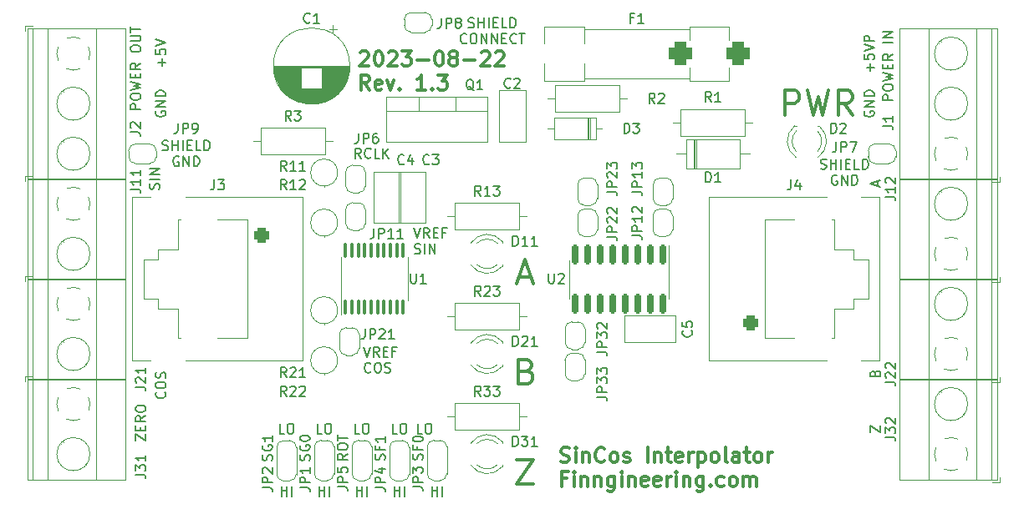
<source format=gto>
%TF.GenerationSoftware,KiCad,Pcbnew,(6.0.11)*%
%TF.CreationDate,2023-08-22T21:03:22+03:00*%
%TF.ProjectId,sincos_interpolator,73696e63-6f73-45f6-996e-746572706f6c,rev?*%
%TF.SameCoordinates,Original*%
%TF.FileFunction,Legend,Top*%
%TF.FilePolarity,Positive*%
%FSLAX46Y46*%
G04 Gerber Fmt 4.6, Leading zero omitted, Abs format (unit mm)*
G04 Created by KiCad (PCBNEW (6.0.11)) date 2023-08-22 21:03:22*
%MOMM*%
%LPD*%
G01*
G04 APERTURE LIST*
G04 Aperture macros list*
%AMRoundRect*
0 Rectangle with rounded corners*
0 $1 Rounding radius*
0 $2 $3 $4 $5 $6 $7 $8 $9 X,Y pos of 4 corners*
0 Add a 4 corners polygon primitive as box body*
4,1,4,$2,$3,$4,$5,$6,$7,$8,$9,$2,$3,0*
0 Add four circle primitives for the rounded corners*
1,1,$1+$1,$2,$3*
1,1,$1+$1,$4,$5*
1,1,$1+$1,$6,$7*
1,1,$1+$1,$8,$9*
0 Add four rect primitives between the rounded corners*
20,1,$1+$1,$2,$3,$4,$5,0*
20,1,$1+$1,$4,$5,$6,$7,0*
20,1,$1+$1,$6,$7,$8,$9,0*
20,1,$1+$1,$8,$9,$2,$3,0*%
%AMFreePoly0*
4,1,20,0.000000,0.744959,0.073905,0.744508,0.209726,0.703889,0.328688,0.626782,0.421226,0.519385,0.479903,0.390333,0.500000,0.250000,0.500000,-0.250000,0.499851,-0.262216,0.476331,-0.402017,0.414519,-0.529596,0.319384,-0.634700,0.198574,-0.708877,0.061801,-0.746166,0.000000,-0.745033,0.000000,-0.750000,-0.500000,-0.750000,-0.500000,0.750000,0.000000,0.750000,0.000000,0.744959,
0.000000,0.744959,$1*%
%AMFreePoly1*
4,1,22,0.500000,-0.750000,0.000000,-0.750000,0.000000,-0.745033,-0.079941,-0.743568,-0.215256,-0.701293,-0.333266,-0.622738,-0.424486,-0.514219,-0.481581,-0.384460,-0.499164,-0.250000,-0.500000,-0.250000,-0.500000,0.250000,-0.499164,0.250000,-0.499963,0.256109,-0.478152,0.396186,-0.417904,0.524511,-0.324060,0.630769,-0.204165,0.706417,-0.067858,0.745374,0.000000,0.744959,0.000000,0.750000,
0.500000,0.750000,0.500000,-0.750000,0.500000,-0.750000,$1*%
%AMFreePoly2*
4,1,22,0.550000,-0.750000,0.000000,-0.750000,0.000000,-0.745033,-0.079941,-0.743568,-0.215256,-0.701293,-0.333266,-0.622738,-0.424486,-0.514219,-0.481581,-0.384460,-0.499164,-0.250000,-0.500000,-0.250000,-0.500000,0.250000,-0.499164,0.250000,-0.499963,0.256109,-0.478152,0.396186,-0.417904,0.524511,-0.324060,0.630769,-0.204165,0.706417,-0.067858,0.745374,0.000000,0.744959,0.000000,0.750000,
0.550000,0.750000,0.550000,-0.750000,0.550000,-0.750000,$1*%
%AMFreePoly3*
4,1,20,0.000000,0.744959,0.073905,0.744508,0.209726,0.703889,0.328688,0.626782,0.421226,0.519385,0.479903,0.390333,0.500000,0.250000,0.500000,-0.250000,0.499851,-0.262216,0.476331,-0.402017,0.414519,-0.529596,0.319384,-0.634700,0.198574,-0.708877,0.061801,-0.746166,0.000000,-0.745033,0.000000,-0.750000,-0.550000,-0.750000,-0.550000,0.750000,0.000000,0.750000,0.000000,0.744959,
0.000000,0.744959,$1*%
G04 Aperture macros list end*
%ADD10C,0.150000*%
%ADD11C,0.300000*%
%ADD12C,0.120000*%
%ADD13C,0.100000*%
%ADD14FreePoly0,0.000000*%
%ADD15FreePoly1,0.000000*%
%ADD16FreePoly1,180.000000*%
%ADD17FreePoly0,180.000000*%
%ADD18FreePoly1,270.000000*%
%ADD19FreePoly0,270.000000*%
%ADD20C,3.200000*%
%ADD21FreePoly2,270.000000*%
%ADD22R,1.500000X1.000000*%
%ADD23FreePoly3,270.000000*%
%ADD24R,1.905000X2.000000*%
%ADD25O,1.905000X2.000000*%
%ADD26R,2.600000X2.600000*%
%ADD27C,2.600000*%
%ADD28C,1.600000*%
%ADD29R,1.800000X1.800000*%
%ADD30C,1.800000*%
%ADD31O,1.600000X1.600000*%
%ADD32FreePoly1,90.000000*%
%ADD33FreePoly0,90.000000*%
%ADD34RoundRect,0.100000X0.100000X-0.637500X0.100000X0.637500X-0.100000X0.637500X-0.100000X-0.637500X0*%
%ADD35R,1.600000X1.600000*%
%ADD36RoundRect,0.150000X-0.150000X0.825000X-0.150000X-0.825000X0.150000X-0.825000X0.150000X0.825000X0*%
%ADD37C,3.250000*%
%ADD38RoundRect,0.400000X0.400000X0.400000X-0.400000X0.400000X-0.400000X-0.400000X0.400000X-0.400000X0*%
%ADD39C,2.500000*%
%ADD40RoundRect,0.400000X-0.400000X-0.400000X0.400000X-0.400000X0.400000X0.400000X-0.400000X0.400000X0*%
%ADD41R,2.200000X2.200000*%
%ADD42O,2.200000X2.200000*%
%ADD43RoundRect,0.575000X0.575000X0.575000X-0.575000X0.575000X-0.575000X-0.575000X0.575000X-0.575000X0*%
%ADD44C,2.300000*%
G04 APERTURE END LIST*
D10*
X165743238Y-103993761D02*
X165886095Y-104041380D01*
X166124190Y-104041380D01*
X166219428Y-103993761D01*
X166267047Y-103946142D01*
X166314666Y-103850904D01*
X166314666Y-103755666D01*
X166267047Y-103660428D01*
X166219428Y-103612809D01*
X166124190Y-103565190D01*
X165933714Y-103517571D01*
X165838476Y-103469952D01*
X165790857Y-103422333D01*
X165743238Y-103327095D01*
X165743238Y-103231857D01*
X165790857Y-103136619D01*
X165838476Y-103089000D01*
X165933714Y-103041380D01*
X166171809Y-103041380D01*
X166314666Y-103089000D01*
X166743238Y-104041380D02*
X166743238Y-103041380D01*
X166743238Y-103517571D02*
X167314666Y-103517571D01*
X167314666Y-104041380D02*
X167314666Y-103041380D01*
X167790857Y-104041380D02*
X167790857Y-103041380D01*
X168267047Y-103517571D02*
X168600380Y-103517571D01*
X168743238Y-104041380D02*
X168267047Y-104041380D01*
X168267047Y-103041380D01*
X168743238Y-103041380D01*
X169648000Y-104041380D02*
X169171809Y-104041380D01*
X169171809Y-103041380D01*
X169981333Y-104041380D02*
X169981333Y-103041380D01*
X170219428Y-103041380D01*
X170362285Y-103089000D01*
X170457523Y-103184238D01*
X170505142Y-103279476D01*
X170552761Y-103469952D01*
X170552761Y-103612809D01*
X170505142Y-103803285D01*
X170457523Y-103898523D01*
X170362285Y-103993761D01*
X170219428Y-104041380D01*
X169981333Y-104041380D01*
X165552761Y-105556142D02*
X165505142Y-105603761D01*
X165362285Y-105651380D01*
X165267047Y-105651380D01*
X165124190Y-105603761D01*
X165028952Y-105508523D01*
X164981333Y-105413285D01*
X164933714Y-105222809D01*
X164933714Y-105079952D01*
X164981333Y-104889476D01*
X165028952Y-104794238D01*
X165124190Y-104699000D01*
X165267047Y-104651380D01*
X165362285Y-104651380D01*
X165505142Y-104699000D01*
X165552761Y-104746619D01*
X166171809Y-104651380D02*
X166362285Y-104651380D01*
X166457523Y-104699000D01*
X166552761Y-104794238D01*
X166600380Y-104984714D01*
X166600380Y-105318047D01*
X166552761Y-105508523D01*
X166457523Y-105603761D01*
X166362285Y-105651380D01*
X166171809Y-105651380D01*
X166076571Y-105603761D01*
X165981333Y-105508523D01*
X165933714Y-105318047D01*
X165933714Y-104984714D01*
X165981333Y-104794238D01*
X166076571Y-104699000D01*
X166171809Y-104651380D01*
X167028952Y-105651380D02*
X167028952Y-104651380D01*
X167600380Y-105651380D01*
X167600380Y-104651380D01*
X168076571Y-105651380D02*
X168076571Y-104651380D01*
X168648000Y-105651380D01*
X168648000Y-104651380D01*
X169124190Y-105127571D02*
X169457523Y-105127571D01*
X169600380Y-105651380D02*
X169124190Y-105651380D01*
X169124190Y-104651380D01*
X169600380Y-104651380D01*
X170600380Y-105556142D02*
X170552761Y-105603761D01*
X170409904Y-105651380D01*
X170314666Y-105651380D01*
X170171809Y-105603761D01*
X170076571Y-105508523D01*
X170028952Y-105413285D01*
X169981333Y-105222809D01*
X169981333Y-105079952D01*
X170028952Y-104889476D01*
X170076571Y-104794238D01*
X170171809Y-104699000D01*
X170314666Y-104651380D01*
X170409904Y-104651380D01*
X170552761Y-104699000D01*
X170600380Y-104746619D01*
X170886095Y-104651380D02*
X171457523Y-104651380D01*
X171171809Y-105651380D02*
X171171809Y-104651380D01*
X201430238Y-118344761D02*
X201573095Y-118392380D01*
X201811190Y-118392380D01*
X201906428Y-118344761D01*
X201954047Y-118297142D01*
X202001666Y-118201904D01*
X202001666Y-118106666D01*
X201954047Y-118011428D01*
X201906428Y-117963809D01*
X201811190Y-117916190D01*
X201620714Y-117868571D01*
X201525476Y-117820952D01*
X201477857Y-117773333D01*
X201430238Y-117678095D01*
X201430238Y-117582857D01*
X201477857Y-117487619D01*
X201525476Y-117440000D01*
X201620714Y-117392380D01*
X201858809Y-117392380D01*
X202001666Y-117440000D01*
X202430238Y-118392380D02*
X202430238Y-117392380D01*
X202430238Y-117868571D02*
X203001666Y-117868571D01*
X203001666Y-118392380D02*
X203001666Y-117392380D01*
X203477857Y-118392380D02*
X203477857Y-117392380D01*
X203954047Y-117868571D02*
X204287380Y-117868571D01*
X204430238Y-118392380D02*
X203954047Y-118392380D01*
X203954047Y-117392380D01*
X204430238Y-117392380D01*
X205335000Y-118392380D02*
X204858809Y-118392380D01*
X204858809Y-117392380D01*
X205668333Y-118392380D02*
X205668333Y-117392380D01*
X205906428Y-117392380D01*
X206049285Y-117440000D01*
X206144523Y-117535238D01*
X206192142Y-117630476D01*
X206239761Y-117820952D01*
X206239761Y-117963809D01*
X206192142Y-118154285D01*
X206144523Y-118249523D01*
X206049285Y-118344761D01*
X205906428Y-118392380D01*
X205668333Y-118392380D01*
X203073095Y-119050000D02*
X202977857Y-119002380D01*
X202835000Y-119002380D01*
X202692142Y-119050000D01*
X202596904Y-119145238D01*
X202549285Y-119240476D01*
X202501666Y-119430952D01*
X202501666Y-119573809D01*
X202549285Y-119764285D01*
X202596904Y-119859523D01*
X202692142Y-119954761D01*
X202835000Y-120002380D01*
X202930238Y-120002380D01*
X203073095Y-119954761D01*
X203120714Y-119907142D01*
X203120714Y-119573809D01*
X202930238Y-119573809D01*
X203549285Y-120002380D02*
X203549285Y-119002380D01*
X204120714Y-120002380D01*
X204120714Y-119002380D01*
X204596904Y-120002380D02*
X204596904Y-119002380D01*
X204835000Y-119002380D01*
X204977857Y-119050000D01*
X205073095Y-119145238D01*
X205120714Y-119240476D01*
X205168333Y-119430952D01*
X205168333Y-119573809D01*
X205120714Y-119764285D01*
X205073095Y-119859523D01*
X204977857Y-119954761D01*
X204835000Y-120002380D01*
X204596904Y-120002380D01*
D11*
X170616666Y-147855952D02*
X172283333Y-147855952D01*
X170616666Y-150355952D01*
X172283333Y-150355952D01*
X175105714Y-148089642D02*
X175320000Y-148161071D01*
X175677142Y-148161071D01*
X175820000Y-148089642D01*
X175891428Y-148018214D01*
X175962857Y-147875357D01*
X175962857Y-147732500D01*
X175891428Y-147589642D01*
X175820000Y-147518214D01*
X175677142Y-147446785D01*
X175391428Y-147375357D01*
X175248571Y-147303928D01*
X175177142Y-147232500D01*
X175105714Y-147089642D01*
X175105714Y-146946785D01*
X175177142Y-146803928D01*
X175248571Y-146732500D01*
X175391428Y-146661071D01*
X175748571Y-146661071D01*
X175962857Y-146732500D01*
X176605714Y-148161071D02*
X176605714Y-147161071D01*
X176605714Y-146661071D02*
X176534285Y-146732500D01*
X176605714Y-146803928D01*
X176677142Y-146732500D01*
X176605714Y-146661071D01*
X176605714Y-146803928D01*
X177320000Y-147161071D02*
X177320000Y-148161071D01*
X177320000Y-147303928D02*
X177391428Y-147232500D01*
X177534285Y-147161071D01*
X177748571Y-147161071D01*
X177891428Y-147232500D01*
X177962857Y-147375357D01*
X177962857Y-148161071D01*
X179534285Y-148018214D02*
X179462857Y-148089642D01*
X179248571Y-148161071D01*
X179105714Y-148161071D01*
X178891428Y-148089642D01*
X178748571Y-147946785D01*
X178677142Y-147803928D01*
X178605714Y-147518214D01*
X178605714Y-147303928D01*
X178677142Y-147018214D01*
X178748571Y-146875357D01*
X178891428Y-146732500D01*
X179105714Y-146661071D01*
X179248571Y-146661071D01*
X179462857Y-146732500D01*
X179534285Y-146803928D01*
X180391428Y-148161071D02*
X180248571Y-148089642D01*
X180177142Y-148018214D01*
X180105714Y-147875357D01*
X180105714Y-147446785D01*
X180177142Y-147303928D01*
X180248571Y-147232500D01*
X180391428Y-147161071D01*
X180605714Y-147161071D01*
X180748571Y-147232500D01*
X180820000Y-147303928D01*
X180891428Y-147446785D01*
X180891428Y-147875357D01*
X180820000Y-148018214D01*
X180748571Y-148089642D01*
X180605714Y-148161071D01*
X180391428Y-148161071D01*
X181462857Y-148089642D02*
X181605714Y-148161071D01*
X181891428Y-148161071D01*
X182034285Y-148089642D01*
X182105714Y-147946785D01*
X182105714Y-147875357D01*
X182034285Y-147732500D01*
X181891428Y-147661071D01*
X181677142Y-147661071D01*
X181534285Y-147589642D01*
X181462857Y-147446785D01*
X181462857Y-147375357D01*
X181534285Y-147232500D01*
X181677142Y-147161071D01*
X181891428Y-147161071D01*
X182034285Y-147232500D01*
X183891428Y-148161071D02*
X183891428Y-146661071D01*
X184605714Y-147161071D02*
X184605714Y-148161071D01*
X184605714Y-147303928D02*
X184677142Y-147232500D01*
X184820000Y-147161071D01*
X185034285Y-147161071D01*
X185177142Y-147232500D01*
X185248571Y-147375357D01*
X185248571Y-148161071D01*
X185748571Y-147161071D02*
X186320000Y-147161071D01*
X185962857Y-146661071D02*
X185962857Y-147946785D01*
X186034285Y-148089642D01*
X186177142Y-148161071D01*
X186320000Y-148161071D01*
X187391428Y-148089642D02*
X187248571Y-148161071D01*
X186962857Y-148161071D01*
X186820000Y-148089642D01*
X186748571Y-147946785D01*
X186748571Y-147375357D01*
X186820000Y-147232500D01*
X186962857Y-147161071D01*
X187248571Y-147161071D01*
X187391428Y-147232500D01*
X187462857Y-147375357D01*
X187462857Y-147518214D01*
X186748571Y-147661071D01*
X188105714Y-148161071D02*
X188105714Y-147161071D01*
X188105714Y-147446785D02*
X188177142Y-147303928D01*
X188248571Y-147232500D01*
X188391428Y-147161071D01*
X188534285Y-147161071D01*
X189034285Y-147161071D02*
X189034285Y-148661071D01*
X189034285Y-147232500D02*
X189177142Y-147161071D01*
X189462857Y-147161071D01*
X189605714Y-147232500D01*
X189677142Y-147303928D01*
X189748571Y-147446785D01*
X189748571Y-147875357D01*
X189677142Y-148018214D01*
X189605714Y-148089642D01*
X189462857Y-148161071D01*
X189177142Y-148161071D01*
X189034285Y-148089642D01*
X190605714Y-148161071D02*
X190462857Y-148089642D01*
X190391428Y-148018214D01*
X190320000Y-147875357D01*
X190320000Y-147446785D01*
X190391428Y-147303928D01*
X190462857Y-147232500D01*
X190605714Y-147161071D01*
X190820000Y-147161071D01*
X190962857Y-147232500D01*
X191034285Y-147303928D01*
X191105714Y-147446785D01*
X191105714Y-147875357D01*
X191034285Y-148018214D01*
X190962857Y-148089642D01*
X190820000Y-148161071D01*
X190605714Y-148161071D01*
X191962857Y-148161071D02*
X191820000Y-148089642D01*
X191748571Y-147946785D01*
X191748571Y-146661071D01*
X193177142Y-148161071D02*
X193177142Y-147375357D01*
X193105714Y-147232500D01*
X192962857Y-147161071D01*
X192677142Y-147161071D01*
X192534285Y-147232500D01*
X193177142Y-148089642D02*
X193034285Y-148161071D01*
X192677142Y-148161071D01*
X192534285Y-148089642D01*
X192462857Y-147946785D01*
X192462857Y-147803928D01*
X192534285Y-147661071D01*
X192677142Y-147589642D01*
X193034285Y-147589642D01*
X193177142Y-147518214D01*
X193677142Y-147161071D02*
X194248571Y-147161071D01*
X193891428Y-146661071D02*
X193891428Y-147946785D01*
X193962857Y-148089642D01*
X194105714Y-148161071D01*
X194248571Y-148161071D01*
X194962857Y-148161071D02*
X194820000Y-148089642D01*
X194748571Y-148018214D01*
X194677142Y-147875357D01*
X194677142Y-147446785D01*
X194748571Y-147303928D01*
X194820000Y-147232500D01*
X194962857Y-147161071D01*
X195177142Y-147161071D01*
X195320000Y-147232500D01*
X195391428Y-147303928D01*
X195462857Y-147446785D01*
X195462857Y-147875357D01*
X195391428Y-148018214D01*
X195320000Y-148089642D01*
X195177142Y-148161071D01*
X194962857Y-148161071D01*
X196105714Y-148161071D02*
X196105714Y-147161071D01*
X196105714Y-147446785D02*
X196177142Y-147303928D01*
X196248571Y-147232500D01*
X196391428Y-147161071D01*
X196534285Y-147161071D01*
X175677142Y-149790357D02*
X175177142Y-149790357D01*
X175177142Y-150576071D02*
X175177142Y-149076071D01*
X175891428Y-149076071D01*
X176462857Y-150576071D02*
X176462857Y-149576071D01*
X176462857Y-149076071D02*
X176391428Y-149147500D01*
X176462857Y-149218928D01*
X176534285Y-149147500D01*
X176462857Y-149076071D01*
X176462857Y-149218928D01*
X177177142Y-149576071D02*
X177177142Y-150576071D01*
X177177142Y-149718928D02*
X177248571Y-149647500D01*
X177391428Y-149576071D01*
X177605714Y-149576071D01*
X177748571Y-149647500D01*
X177820000Y-149790357D01*
X177820000Y-150576071D01*
X178534285Y-149576071D02*
X178534285Y-150576071D01*
X178534285Y-149718928D02*
X178605714Y-149647500D01*
X178748571Y-149576071D01*
X178962857Y-149576071D01*
X179105714Y-149647500D01*
X179177142Y-149790357D01*
X179177142Y-150576071D01*
X180534285Y-149576071D02*
X180534285Y-150790357D01*
X180462857Y-150933214D01*
X180391428Y-151004642D01*
X180248571Y-151076071D01*
X180034285Y-151076071D01*
X179891428Y-151004642D01*
X180534285Y-150504642D02*
X180391428Y-150576071D01*
X180105714Y-150576071D01*
X179962857Y-150504642D01*
X179891428Y-150433214D01*
X179820000Y-150290357D01*
X179820000Y-149861785D01*
X179891428Y-149718928D01*
X179962857Y-149647500D01*
X180105714Y-149576071D01*
X180391428Y-149576071D01*
X180534285Y-149647500D01*
X181248571Y-150576071D02*
X181248571Y-149576071D01*
X181248571Y-149076071D02*
X181177142Y-149147500D01*
X181248571Y-149218928D01*
X181320000Y-149147500D01*
X181248571Y-149076071D01*
X181248571Y-149218928D01*
X181962857Y-149576071D02*
X181962857Y-150576071D01*
X181962857Y-149718928D02*
X182034285Y-149647500D01*
X182177142Y-149576071D01*
X182391428Y-149576071D01*
X182534285Y-149647500D01*
X182605714Y-149790357D01*
X182605714Y-150576071D01*
X183891428Y-150504642D02*
X183748571Y-150576071D01*
X183462857Y-150576071D01*
X183320000Y-150504642D01*
X183248571Y-150361785D01*
X183248571Y-149790357D01*
X183320000Y-149647500D01*
X183462857Y-149576071D01*
X183748571Y-149576071D01*
X183891428Y-149647500D01*
X183962857Y-149790357D01*
X183962857Y-149933214D01*
X183248571Y-150076071D01*
X185177142Y-150504642D02*
X185034285Y-150576071D01*
X184748571Y-150576071D01*
X184605714Y-150504642D01*
X184534285Y-150361785D01*
X184534285Y-149790357D01*
X184605714Y-149647500D01*
X184748571Y-149576071D01*
X185034285Y-149576071D01*
X185177142Y-149647500D01*
X185248571Y-149790357D01*
X185248571Y-149933214D01*
X184534285Y-150076071D01*
X185891428Y-150576071D02*
X185891428Y-149576071D01*
X185891428Y-149861785D02*
X185962857Y-149718928D01*
X186034285Y-149647500D01*
X186177142Y-149576071D01*
X186320000Y-149576071D01*
X186820000Y-150576071D02*
X186820000Y-149576071D01*
X186820000Y-149076071D02*
X186748571Y-149147500D01*
X186820000Y-149218928D01*
X186891428Y-149147500D01*
X186820000Y-149076071D01*
X186820000Y-149218928D01*
X187534285Y-149576071D02*
X187534285Y-150576071D01*
X187534285Y-149718928D02*
X187605714Y-149647500D01*
X187748571Y-149576071D01*
X187962857Y-149576071D01*
X188105714Y-149647500D01*
X188177142Y-149790357D01*
X188177142Y-150576071D01*
X189534285Y-149576071D02*
X189534285Y-150790357D01*
X189462857Y-150933214D01*
X189391428Y-151004642D01*
X189248571Y-151076071D01*
X189034285Y-151076071D01*
X188891428Y-151004642D01*
X189534285Y-150504642D02*
X189391428Y-150576071D01*
X189105714Y-150576071D01*
X188962857Y-150504642D01*
X188891428Y-150433214D01*
X188820000Y-150290357D01*
X188820000Y-149861785D01*
X188891428Y-149718928D01*
X188962857Y-149647500D01*
X189105714Y-149576071D01*
X189391428Y-149576071D01*
X189534285Y-149647500D01*
X190248571Y-150433214D02*
X190320000Y-150504642D01*
X190248571Y-150576071D01*
X190177142Y-150504642D01*
X190248571Y-150433214D01*
X190248571Y-150576071D01*
X191605714Y-150504642D02*
X191462857Y-150576071D01*
X191177142Y-150576071D01*
X191034285Y-150504642D01*
X190962857Y-150433214D01*
X190891428Y-150290357D01*
X190891428Y-149861785D01*
X190962857Y-149718928D01*
X191034285Y-149647500D01*
X191177142Y-149576071D01*
X191462857Y-149576071D01*
X191605714Y-149647500D01*
X192462857Y-150576071D02*
X192320000Y-150504642D01*
X192248571Y-150433214D01*
X192177142Y-150290357D01*
X192177142Y-149861785D01*
X192248571Y-149718928D01*
X192320000Y-149647500D01*
X192462857Y-149576071D01*
X192677142Y-149576071D01*
X192820000Y-149647500D01*
X192891428Y-149718928D01*
X192962857Y-149861785D01*
X192962857Y-150290357D01*
X192891428Y-150433214D01*
X192820000Y-150504642D01*
X192677142Y-150576071D01*
X192462857Y-150576071D01*
X193605714Y-150576071D02*
X193605714Y-149576071D01*
X193605714Y-149718928D02*
X193677142Y-149647500D01*
X193820000Y-149576071D01*
X194034285Y-149576071D01*
X194177142Y-149647500D01*
X194248571Y-149790357D01*
X194248571Y-150576071D01*
X194248571Y-149790357D02*
X194320000Y-149647500D01*
X194462857Y-149576071D01*
X194677142Y-149576071D01*
X194820000Y-149647500D01*
X194891428Y-149790357D01*
X194891428Y-150576071D01*
D10*
X205875000Y-112521904D02*
X205827380Y-112617142D01*
X205827380Y-112760000D01*
X205875000Y-112902857D01*
X205970238Y-112998095D01*
X206065476Y-113045714D01*
X206255952Y-113093333D01*
X206398809Y-113093333D01*
X206589285Y-113045714D01*
X206684523Y-112998095D01*
X206779761Y-112902857D01*
X206827380Y-112760000D01*
X206827380Y-112664761D01*
X206779761Y-112521904D01*
X206732142Y-112474285D01*
X206398809Y-112474285D01*
X206398809Y-112664761D01*
X206827380Y-112045714D02*
X205827380Y-112045714D01*
X206827380Y-111474285D01*
X205827380Y-111474285D01*
X206827380Y-110998095D02*
X205827380Y-110998095D01*
X205827380Y-110760000D01*
X205875000Y-110617142D01*
X205970238Y-110521904D01*
X206065476Y-110474285D01*
X206255952Y-110426666D01*
X206398809Y-110426666D01*
X206589285Y-110474285D01*
X206684523Y-110521904D01*
X206779761Y-110617142D01*
X206827380Y-110760000D01*
X206827380Y-110998095D01*
X134755238Y-116439761D02*
X134898095Y-116487380D01*
X135136190Y-116487380D01*
X135231428Y-116439761D01*
X135279047Y-116392142D01*
X135326666Y-116296904D01*
X135326666Y-116201666D01*
X135279047Y-116106428D01*
X135231428Y-116058809D01*
X135136190Y-116011190D01*
X134945714Y-115963571D01*
X134850476Y-115915952D01*
X134802857Y-115868333D01*
X134755238Y-115773095D01*
X134755238Y-115677857D01*
X134802857Y-115582619D01*
X134850476Y-115535000D01*
X134945714Y-115487380D01*
X135183809Y-115487380D01*
X135326666Y-115535000D01*
X135755238Y-116487380D02*
X135755238Y-115487380D01*
X135755238Y-115963571D02*
X136326666Y-115963571D01*
X136326666Y-116487380D02*
X136326666Y-115487380D01*
X136802857Y-116487380D02*
X136802857Y-115487380D01*
X137279047Y-115963571D02*
X137612380Y-115963571D01*
X137755238Y-116487380D02*
X137279047Y-116487380D01*
X137279047Y-115487380D01*
X137755238Y-115487380D01*
X138660000Y-116487380D02*
X138183809Y-116487380D01*
X138183809Y-115487380D01*
X138993333Y-116487380D02*
X138993333Y-115487380D01*
X139231428Y-115487380D01*
X139374285Y-115535000D01*
X139469523Y-115630238D01*
X139517142Y-115725476D01*
X139564761Y-115915952D01*
X139564761Y-116058809D01*
X139517142Y-116249285D01*
X139469523Y-116344523D01*
X139374285Y-116439761D01*
X139231428Y-116487380D01*
X138993333Y-116487380D01*
X136398095Y-117145000D02*
X136302857Y-117097380D01*
X136160000Y-117097380D01*
X136017142Y-117145000D01*
X135921904Y-117240238D01*
X135874285Y-117335476D01*
X135826666Y-117525952D01*
X135826666Y-117668809D01*
X135874285Y-117859285D01*
X135921904Y-117954523D01*
X136017142Y-118049761D01*
X136160000Y-118097380D01*
X136255238Y-118097380D01*
X136398095Y-118049761D01*
X136445714Y-118002142D01*
X136445714Y-117668809D01*
X136255238Y-117668809D01*
X136874285Y-118097380D02*
X136874285Y-117097380D01*
X137445714Y-118097380D01*
X137445714Y-117097380D01*
X137921904Y-118097380D02*
X137921904Y-117097380D01*
X138160000Y-117097380D01*
X138302857Y-117145000D01*
X138398095Y-117240238D01*
X138445714Y-117335476D01*
X138493333Y-117525952D01*
X138493333Y-117668809D01*
X138445714Y-117859285D01*
X138398095Y-117954523D01*
X138302857Y-118049761D01*
X138160000Y-118097380D01*
X137921904Y-118097380D01*
X134691428Y-107966238D02*
X134691428Y-107204333D01*
X135072380Y-107585285D02*
X134310476Y-107585285D01*
X134072380Y-106251952D02*
X134072380Y-106728143D01*
X134548571Y-106775762D01*
X134500952Y-106728143D01*
X134453333Y-106632904D01*
X134453333Y-106394809D01*
X134500952Y-106299571D01*
X134548571Y-106251952D01*
X134643809Y-106204333D01*
X134881904Y-106204333D01*
X134977142Y-106251952D01*
X135024761Y-106299571D01*
X135072380Y-106394809D01*
X135072380Y-106632904D01*
X135024761Y-106728143D01*
X134977142Y-106775762D01*
X134072380Y-105918619D02*
X135072380Y-105585285D01*
X134072380Y-105251952D01*
X161075714Y-145232380D02*
X160599523Y-145232380D01*
X160599523Y-144232380D01*
X161599523Y-144232380D02*
X161790000Y-144232380D01*
X161885238Y-144280000D01*
X161980476Y-144375238D01*
X162028095Y-144565714D01*
X162028095Y-144899047D01*
X161980476Y-145089523D01*
X161885238Y-145184761D01*
X161790000Y-145232380D01*
X161599523Y-145232380D01*
X161504285Y-145184761D01*
X161409047Y-145089523D01*
X161361428Y-144899047D01*
X161361428Y-144565714D01*
X161409047Y-144375238D01*
X161504285Y-144280000D01*
X161599523Y-144232380D01*
D11*
X154785714Y-106571928D02*
X154857142Y-106500500D01*
X155000000Y-106429071D01*
X155357142Y-106429071D01*
X155500000Y-106500500D01*
X155571428Y-106571928D01*
X155642857Y-106714785D01*
X155642857Y-106857642D01*
X155571428Y-107071928D01*
X154714285Y-107929071D01*
X155642857Y-107929071D01*
X156571428Y-106429071D02*
X156714285Y-106429071D01*
X156857142Y-106500500D01*
X156928571Y-106571928D01*
X157000000Y-106714785D01*
X157071428Y-107000500D01*
X157071428Y-107357642D01*
X157000000Y-107643357D01*
X156928571Y-107786214D01*
X156857142Y-107857642D01*
X156714285Y-107929071D01*
X156571428Y-107929071D01*
X156428571Y-107857642D01*
X156357142Y-107786214D01*
X156285714Y-107643357D01*
X156214285Y-107357642D01*
X156214285Y-107000500D01*
X156285714Y-106714785D01*
X156357142Y-106571928D01*
X156428571Y-106500500D01*
X156571428Y-106429071D01*
X157642857Y-106571928D02*
X157714285Y-106500500D01*
X157857142Y-106429071D01*
X158214285Y-106429071D01*
X158357142Y-106500500D01*
X158428571Y-106571928D01*
X158500000Y-106714785D01*
X158500000Y-106857642D01*
X158428571Y-107071928D01*
X157571428Y-107929071D01*
X158500000Y-107929071D01*
X159000000Y-106429071D02*
X159928571Y-106429071D01*
X159428571Y-107000500D01*
X159642857Y-107000500D01*
X159785714Y-107071928D01*
X159857142Y-107143357D01*
X159928571Y-107286214D01*
X159928571Y-107643357D01*
X159857142Y-107786214D01*
X159785714Y-107857642D01*
X159642857Y-107929071D01*
X159214285Y-107929071D01*
X159071428Y-107857642D01*
X159000000Y-107786214D01*
X160571428Y-107357642D02*
X161714285Y-107357642D01*
X162714285Y-106429071D02*
X162857142Y-106429071D01*
X163000000Y-106500500D01*
X163071428Y-106571928D01*
X163142857Y-106714785D01*
X163214285Y-107000500D01*
X163214285Y-107357642D01*
X163142857Y-107643357D01*
X163071428Y-107786214D01*
X163000000Y-107857642D01*
X162857142Y-107929071D01*
X162714285Y-107929071D01*
X162571428Y-107857642D01*
X162500000Y-107786214D01*
X162428571Y-107643357D01*
X162357142Y-107357642D01*
X162357142Y-107000500D01*
X162428571Y-106714785D01*
X162500000Y-106571928D01*
X162571428Y-106500500D01*
X162714285Y-106429071D01*
X164071428Y-107071928D02*
X163928571Y-107000500D01*
X163857142Y-106929071D01*
X163785714Y-106786214D01*
X163785714Y-106714785D01*
X163857142Y-106571928D01*
X163928571Y-106500500D01*
X164071428Y-106429071D01*
X164357142Y-106429071D01*
X164500000Y-106500500D01*
X164571428Y-106571928D01*
X164642857Y-106714785D01*
X164642857Y-106786214D01*
X164571428Y-106929071D01*
X164500000Y-107000500D01*
X164357142Y-107071928D01*
X164071428Y-107071928D01*
X163928571Y-107143357D01*
X163857142Y-107214785D01*
X163785714Y-107357642D01*
X163785714Y-107643357D01*
X163857142Y-107786214D01*
X163928571Y-107857642D01*
X164071428Y-107929071D01*
X164357142Y-107929071D01*
X164500000Y-107857642D01*
X164571428Y-107786214D01*
X164642857Y-107643357D01*
X164642857Y-107357642D01*
X164571428Y-107214785D01*
X164500000Y-107143357D01*
X164357142Y-107071928D01*
X165285714Y-107357642D02*
X166428571Y-107357642D01*
X167071428Y-106571928D02*
X167142857Y-106500500D01*
X167285714Y-106429071D01*
X167642857Y-106429071D01*
X167785714Y-106500500D01*
X167857142Y-106571928D01*
X167928571Y-106714785D01*
X167928571Y-106857642D01*
X167857142Y-107071928D01*
X167000000Y-107929071D01*
X167928571Y-107929071D01*
X168500000Y-106571928D02*
X168571428Y-106500500D01*
X168714285Y-106429071D01*
X169071428Y-106429071D01*
X169214285Y-106500500D01*
X169285714Y-106571928D01*
X169357142Y-106714785D01*
X169357142Y-106857642D01*
X169285714Y-107071928D01*
X168428571Y-107929071D01*
X169357142Y-107929071D01*
X155714285Y-110344071D02*
X155214285Y-109629785D01*
X154857142Y-110344071D02*
X154857142Y-108844071D01*
X155428571Y-108844071D01*
X155571428Y-108915500D01*
X155642857Y-108986928D01*
X155714285Y-109129785D01*
X155714285Y-109344071D01*
X155642857Y-109486928D01*
X155571428Y-109558357D01*
X155428571Y-109629785D01*
X154857142Y-109629785D01*
X156928571Y-110272642D02*
X156785714Y-110344071D01*
X156500000Y-110344071D01*
X156357142Y-110272642D01*
X156285714Y-110129785D01*
X156285714Y-109558357D01*
X156357142Y-109415500D01*
X156500000Y-109344071D01*
X156785714Y-109344071D01*
X156928571Y-109415500D01*
X157000000Y-109558357D01*
X157000000Y-109701214D01*
X156285714Y-109844071D01*
X157500000Y-109344071D02*
X157857142Y-110344071D01*
X158214285Y-109344071D01*
X158785714Y-110201214D02*
X158857142Y-110272642D01*
X158785714Y-110344071D01*
X158714285Y-110272642D01*
X158785714Y-110201214D01*
X158785714Y-110344071D01*
X161428571Y-110344071D02*
X160571428Y-110344071D01*
X161000000Y-110344071D02*
X161000000Y-108844071D01*
X160857142Y-109058357D01*
X160714285Y-109201214D01*
X160571428Y-109272642D01*
X162071428Y-110201214D02*
X162142857Y-110272642D01*
X162071428Y-110344071D01*
X162000000Y-110272642D01*
X162071428Y-110201214D01*
X162071428Y-110344071D01*
X162642857Y-108844071D02*
X163571428Y-108844071D01*
X163071428Y-109415500D01*
X163285714Y-109415500D01*
X163428571Y-109486928D01*
X163500000Y-109558357D01*
X163571428Y-109701214D01*
X163571428Y-110058357D01*
X163500000Y-110201214D01*
X163428571Y-110272642D01*
X163285714Y-110344071D01*
X162857142Y-110344071D01*
X162714285Y-110272642D01*
X162642857Y-110201214D01*
X171628571Y-138886428D02*
X171985714Y-139005476D01*
X172104761Y-139124523D01*
X172223809Y-139362619D01*
X172223809Y-139719761D01*
X172104761Y-139957857D01*
X171985714Y-140076904D01*
X171747619Y-140195952D01*
X170795238Y-140195952D01*
X170795238Y-137695952D01*
X171628571Y-137695952D01*
X171866666Y-137815000D01*
X171985714Y-137934047D01*
X172104761Y-138172142D01*
X172104761Y-138410238D01*
X171985714Y-138648333D01*
X171866666Y-138767380D01*
X171628571Y-138886428D01*
X170795238Y-138886428D01*
D10*
X147105714Y-145232380D02*
X146629523Y-145232380D01*
X146629523Y-144232380D01*
X147629523Y-144232380D02*
X147820000Y-144232380D01*
X147915238Y-144280000D01*
X148010476Y-144375238D01*
X148058095Y-144565714D01*
X148058095Y-144899047D01*
X148010476Y-145089523D01*
X147915238Y-145184761D01*
X147820000Y-145232380D01*
X147629523Y-145232380D01*
X147534285Y-145184761D01*
X147439047Y-145089523D01*
X147391428Y-144899047D01*
X147391428Y-144565714D01*
X147439047Y-144375238D01*
X147534285Y-144280000D01*
X147629523Y-144232380D01*
X158226190Y-151582380D02*
X158226190Y-150582380D01*
X158226190Y-151058571D02*
X158797619Y-151058571D01*
X158797619Y-151582380D02*
X158797619Y-150582380D01*
X159273809Y-151582380D02*
X159273809Y-150582380D01*
X158535714Y-145232380D02*
X158059523Y-145232380D01*
X158059523Y-144232380D01*
X159059523Y-144232380D02*
X159250000Y-144232380D01*
X159345238Y-144280000D01*
X159440476Y-144375238D01*
X159488095Y-144565714D01*
X159488095Y-144899047D01*
X159440476Y-145089523D01*
X159345238Y-145184761D01*
X159250000Y-145232380D01*
X159059523Y-145232380D01*
X158964285Y-145184761D01*
X158869047Y-145089523D01*
X158821428Y-144899047D01*
X158821428Y-144565714D01*
X158869047Y-144375238D01*
X158964285Y-144280000D01*
X159059523Y-144232380D01*
X150915714Y-145232380D02*
X150439523Y-145232380D01*
X150439523Y-144232380D01*
X151439523Y-144232380D02*
X151630000Y-144232380D01*
X151725238Y-144280000D01*
X151820476Y-144375238D01*
X151868095Y-144565714D01*
X151868095Y-144899047D01*
X151820476Y-145089523D01*
X151725238Y-145184761D01*
X151630000Y-145232380D01*
X151439523Y-145232380D01*
X151344285Y-145184761D01*
X151249047Y-145089523D01*
X151201428Y-144899047D01*
X151201428Y-144565714D01*
X151249047Y-144375238D01*
X151344285Y-144280000D01*
X151439523Y-144232380D01*
X162036190Y-151582380D02*
X162036190Y-150582380D01*
X162036190Y-151058571D02*
X162607619Y-151058571D01*
X162607619Y-151582380D02*
X162607619Y-150582380D01*
X163083809Y-151582380D02*
X163083809Y-150582380D01*
D11*
X197834666Y-112890952D02*
X197834666Y-110390952D01*
X198787047Y-110390952D01*
X199025142Y-110510000D01*
X199144190Y-110629047D01*
X199263238Y-110867142D01*
X199263238Y-111224285D01*
X199144190Y-111462380D01*
X199025142Y-111581428D01*
X198787047Y-111700476D01*
X197834666Y-111700476D01*
X200096571Y-110390952D02*
X200691809Y-112890952D01*
X201168000Y-111105238D01*
X201644190Y-112890952D01*
X202239428Y-110390952D01*
X204620380Y-112890952D02*
X203787047Y-111700476D01*
X203191809Y-112890952D02*
X203191809Y-110390952D01*
X204144190Y-110390952D01*
X204382285Y-110510000D01*
X204501333Y-110629047D01*
X204620380Y-110867142D01*
X204620380Y-111224285D01*
X204501333Y-111462380D01*
X204382285Y-111581428D01*
X204144190Y-111700476D01*
X203191809Y-111700476D01*
D10*
X146796190Y-151582380D02*
X146796190Y-150582380D01*
X146796190Y-151058571D02*
X147367619Y-151058571D01*
X147367619Y-151582380D02*
X147367619Y-150582380D01*
X147843809Y-151582380D02*
X147843809Y-150582380D01*
X155132738Y-136442380D02*
X155466071Y-137442380D01*
X155799404Y-136442380D01*
X156704166Y-137442380D02*
X156370833Y-136966190D01*
X156132738Y-137442380D02*
X156132738Y-136442380D01*
X156513690Y-136442380D01*
X156608928Y-136490000D01*
X156656547Y-136537619D01*
X156704166Y-136632857D01*
X156704166Y-136775714D01*
X156656547Y-136870952D01*
X156608928Y-136918571D01*
X156513690Y-136966190D01*
X156132738Y-136966190D01*
X157132738Y-136918571D02*
X157466071Y-136918571D01*
X157608928Y-137442380D02*
X157132738Y-137442380D01*
X157132738Y-136442380D01*
X157608928Y-136442380D01*
X158370833Y-136918571D02*
X158037500Y-136918571D01*
X158037500Y-137442380D02*
X158037500Y-136442380D01*
X158513690Y-136442380D01*
X155847023Y-138957142D02*
X155799404Y-139004761D01*
X155656547Y-139052380D01*
X155561309Y-139052380D01*
X155418452Y-139004761D01*
X155323214Y-138909523D01*
X155275595Y-138814285D01*
X155227976Y-138623809D01*
X155227976Y-138480952D01*
X155275595Y-138290476D01*
X155323214Y-138195238D01*
X155418452Y-138100000D01*
X155561309Y-138052380D01*
X155656547Y-138052380D01*
X155799404Y-138100000D01*
X155847023Y-138147619D01*
X156466071Y-138052380D02*
X156656547Y-138052380D01*
X156751785Y-138100000D01*
X156847023Y-138195238D01*
X156894642Y-138385714D01*
X156894642Y-138719047D01*
X156847023Y-138909523D01*
X156751785Y-139004761D01*
X156656547Y-139052380D01*
X156466071Y-139052380D01*
X156370833Y-139004761D01*
X156275595Y-138909523D01*
X156227976Y-138719047D01*
X156227976Y-138385714D01*
X156275595Y-138195238D01*
X156370833Y-138100000D01*
X156466071Y-138052380D01*
X157275595Y-139004761D02*
X157418452Y-139052380D01*
X157656547Y-139052380D01*
X157751785Y-139004761D01*
X157799404Y-138957142D01*
X157847023Y-138861904D01*
X157847023Y-138766666D01*
X157799404Y-138671428D01*
X157751785Y-138623809D01*
X157656547Y-138576190D01*
X157466071Y-138528571D01*
X157370833Y-138480952D01*
X157323214Y-138433333D01*
X157275595Y-138338095D01*
X157275595Y-138242857D01*
X157323214Y-138147619D01*
X157370833Y-138100000D01*
X157466071Y-138052380D01*
X157704166Y-138052380D01*
X157847023Y-138100000D01*
X160212738Y-124377380D02*
X160546071Y-125377380D01*
X160879404Y-124377380D01*
X161784166Y-125377380D02*
X161450833Y-124901190D01*
X161212738Y-125377380D02*
X161212738Y-124377380D01*
X161593690Y-124377380D01*
X161688928Y-124425000D01*
X161736547Y-124472619D01*
X161784166Y-124567857D01*
X161784166Y-124710714D01*
X161736547Y-124805952D01*
X161688928Y-124853571D01*
X161593690Y-124901190D01*
X161212738Y-124901190D01*
X162212738Y-124853571D02*
X162546071Y-124853571D01*
X162688928Y-125377380D02*
X162212738Y-125377380D01*
X162212738Y-124377380D01*
X162688928Y-124377380D01*
X163450833Y-124853571D02*
X163117500Y-124853571D01*
X163117500Y-125377380D02*
X163117500Y-124377380D01*
X163593690Y-124377380D01*
X160307976Y-126939761D02*
X160450833Y-126987380D01*
X160688928Y-126987380D01*
X160784166Y-126939761D01*
X160831785Y-126892142D01*
X160879404Y-126796904D01*
X160879404Y-126701666D01*
X160831785Y-126606428D01*
X160784166Y-126558809D01*
X160688928Y-126511190D01*
X160498452Y-126463571D01*
X160403214Y-126415952D01*
X160355595Y-126368333D01*
X160307976Y-126273095D01*
X160307976Y-126177857D01*
X160355595Y-126082619D01*
X160403214Y-126035000D01*
X160498452Y-125987380D01*
X160736547Y-125987380D01*
X160879404Y-126035000D01*
X161307976Y-126987380D02*
X161307976Y-125987380D01*
X161784166Y-126987380D02*
X161784166Y-125987380D01*
X162355595Y-126987380D01*
X162355595Y-125987380D01*
X134120000Y-112521904D02*
X134072380Y-112617142D01*
X134072380Y-112760000D01*
X134120000Y-112902857D01*
X134215238Y-112998095D01*
X134310476Y-113045714D01*
X134500952Y-113093333D01*
X134643809Y-113093333D01*
X134834285Y-113045714D01*
X134929523Y-112998095D01*
X135024761Y-112902857D01*
X135072380Y-112760000D01*
X135072380Y-112664761D01*
X135024761Y-112521904D01*
X134977142Y-112474285D01*
X134643809Y-112474285D01*
X134643809Y-112664761D01*
X135072380Y-112045714D02*
X134072380Y-112045714D01*
X135072380Y-111474285D01*
X134072380Y-111474285D01*
X135072380Y-110998095D02*
X134072380Y-110998095D01*
X134072380Y-110760000D01*
X134120000Y-110617142D01*
X134215238Y-110521904D01*
X134310476Y-110474285D01*
X134500952Y-110426666D01*
X134643809Y-110426666D01*
X134834285Y-110474285D01*
X134929523Y-110521904D01*
X135024761Y-110617142D01*
X135072380Y-110760000D01*
X135072380Y-110998095D01*
X206446428Y-108465714D02*
X206446428Y-107703809D01*
X206827380Y-108084761D02*
X206065476Y-108084761D01*
X205827380Y-106751428D02*
X205827380Y-107227619D01*
X206303571Y-107275238D01*
X206255952Y-107227619D01*
X206208333Y-107132380D01*
X206208333Y-106894285D01*
X206255952Y-106799047D01*
X206303571Y-106751428D01*
X206398809Y-106703809D01*
X206636904Y-106703809D01*
X206732142Y-106751428D01*
X206779761Y-106799047D01*
X206827380Y-106894285D01*
X206827380Y-107132380D01*
X206779761Y-107227619D01*
X206732142Y-107275238D01*
X205827380Y-106418095D02*
X206827380Y-106084761D01*
X205827380Y-105751428D01*
X206827380Y-105418095D02*
X205827380Y-105418095D01*
X205827380Y-105037142D01*
X205875000Y-104941904D01*
X205922619Y-104894285D01*
X206017857Y-104846666D01*
X206160714Y-104846666D01*
X206255952Y-104894285D01*
X206303571Y-104941904D01*
X206351190Y-105037142D01*
X206351190Y-105418095D01*
X150606190Y-151582380D02*
X150606190Y-150582380D01*
X150606190Y-151058571D02*
X151177619Y-151058571D01*
X151177619Y-151582380D02*
X151177619Y-150582380D01*
X151653809Y-151582380D02*
X151653809Y-150582380D01*
X154416190Y-151582380D02*
X154416190Y-150582380D01*
X154416190Y-151058571D02*
X154987619Y-151058571D01*
X154987619Y-151582380D02*
X154987619Y-150582380D01*
X155463809Y-151582380D02*
X155463809Y-150582380D01*
D11*
X170854761Y-129321666D02*
X172045238Y-129321666D01*
X170616666Y-130035952D02*
X171450000Y-127535952D01*
X172283333Y-130035952D01*
D10*
X154725714Y-145232380D02*
X154249523Y-145232380D01*
X154249523Y-144232380D01*
X155249523Y-144232380D02*
X155440000Y-144232380D01*
X155535238Y-144280000D01*
X155630476Y-144375238D01*
X155678095Y-144565714D01*
X155678095Y-144899047D01*
X155630476Y-145089523D01*
X155535238Y-145184761D01*
X155440000Y-145232380D01*
X155249523Y-145232380D01*
X155154285Y-145184761D01*
X155059047Y-145089523D01*
X155011428Y-144899047D01*
X155011428Y-144565714D01*
X155059047Y-144375238D01*
X155154285Y-144280000D01*
X155249523Y-144232380D01*
%TO.C,JP9*%
X136326666Y-113752380D02*
X136326666Y-114466666D01*
X136279047Y-114609523D01*
X136183809Y-114704761D01*
X136040952Y-114752380D01*
X135945714Y-114752380D01*
X136802857Y-114752380D02*
X136802857Y-113752380D01*
X137183809Y-113752380D01*
X137279047Y-113800000D01*
X137326666Y-113847619D01*
X137374285Y-113942857D01*
X137374285Y-114085714D01*
X137326666Y-114180952D01*
X137279047Y-114228571D01*
X137183809Y-114276190D01*
X136802857Y-114276190D01*
X137850476Y-114752380D02*
X138040952Y-114752380D01*
X138136190Y-114704761D01*
X138183809Y-114657142D01*
X138279047Y-114514285D01*
X138326666Y-114323809D01*
X138326666Y-113942857D01*
X138279047Y-113847619D01*
X138231428Y-113800000D01*
X138136190Y-113752380D01*
X137945714Y-113752380D01*
X137850476Y-113800000D01*
X137802857Y-113847619D01*
X137755238Y-113942857D01*
X137755238Y-114180952D01*
X137802857Y-114276190D01*
X137850476Y-114323809D01*
X137945714Y-114371428D01*
X138136190Y-114371428D01*
X138231428Y-114323809D01*
X138279047Y-114276190D01*
X138326666Y-114180952D01*
%TO.C,JP8*%
X162996666Y-103084380D02*
X162996666Y-103798666D01*
X162949047Y-103941523D01*
X162853809Y-104036761D01*
X162710952Y-104084380D01*
X162615714Y-104084380D01*
X163472857Y-104084380D02*
X163472857Y-103084380D01*
X163853809Y-103084380D01*
X163949047Y-103132000D01*
X163996666Y-103179619D01*
X164044285Y-103274857D01*
X164044285Y-103417714D01*
X163996666Y-103512952D01*
X163949047Y-103560571D01*
X163853809Y-103608190D01*
X163472857Y-103608190D01*
X164615714Y-103512952D02*
X164520476Y-103465333D01*
X164472857Y-103417714D01*
X164425238Y-103322476D01*
X164425238Y-103274857D01*
X164472857Y-103179619D01*
X164520476Y-103132000D01*
X164615714Y-103084380D01*
X164806190Y-103084380D01*
X164901428Y-103132000D01*
X164949047Y-103179619D01*
X164996666Y-103274857D01*
X164996666Y-103322476D01*
X164949047Y-103417714D01*
X164901428Y-103465333D01*
X164806190Y-103512952D01*
X164615714Y-103512952D01*
X164520476Y-103560571D01*
X164472857Y-103608190D01*
X164425238Y-103703428D01*
X164425238Y-103893904D01*
X164472857Y-103989142D01*
X164520476Y-104036761D01*
X164615714Y-104084380D01*
X164806190Y-104084380D01*
X164901428Y-104036761D01*
X164949047Y-103989142D01*
X164996666Y-103893904D01*
X164996666Y-103703428D01*
X164949047Y-103608190D01*
X164901428Y-103560571D01*
X164806190Y-103512952D01*
%TO.C,JP7*%
X203001666Y-115657380D02*
X203001666Y-116371666D01*
X202954047Y-116514523D01*
X202858809Y-116609761D01*
X202715952Y-116657380D01*
X202620714Y-116657380D01*
X203477857Y-116657380D02*
X203477857Y-115657380D01*
X203858809Y-115657380D01*
X203954047Y-115705000D01*
X204001666Y-115752619D01*
X204049285Y-115847857D01*
X204049285Y-115990714D01*
X204001666Y-116085952D01*
X203954047Y-116133571D01*
X203858809Y-116181190D01*
X203477857Y-116181190D01*
X204382619Y-115657380D02*
X205049285Y-115657380D01*
X204620714Y-116657380D01*
%TO.C,JP32*%
X178776380Y-136945523D02*
X179490666Y-136945523D01*
X179633523Y-136993142D01*
X179728761Y-137088380D01*
X179776380Y-137231238D01*
X179776380Y-137326476D01*
X179776380Y-136469333D02*
X178776380Y-136469333D01*
X178776380Y-136088380D01*
X178824000Y-135993142D01*
X178871619Y-135945523D01*
X178966857Y-135897904D01*
X179109714Y-135897904D01*
X179204952Y-135945523D01*
X179252571Y-135993142D01*
X179300190Y-136088380D01*
X179300190Y-136469333D01*
X178776380Y-135564571D02*
X178776380Y-134945523D01*
X179157333Y-135278857D01*
X179157333Y-135136000D01*
X179204952Y-135040761D01*
X179252571Y-134993142D01*
X179347809Y-134945523D01*
X179585904Y-134945523D01*
X179681142Y-134993142D01*
X179728761Y-135040761D01*
X179776380Y-135136000D01*
X179776380Y-135421714D01*
X179728761Y-135516952D01*
X179681142Y-135564571D01*
X178871619Y-134564571D02*
X178824000Y-134516952D01*
X178776380Y-134421714D01*
X178776380Y-134183619D01*
X178824000Y-134088380D01*
X178871619Y-134040761D01*
X178966857Y-133993142D01*
X179062095Y-133993142D01*
X179204952Y-134040761D01*
X179776380Y-134612190D01*
X179776380Y-133993142D01*
%TO.C,JP5*%
X152487380Y-150633308D02*
X153201666Y-150633308D01*
X153344523Y-150680927D01*
X153439761Y-150776165D01*
X153487380Y-150919022D01*
X153487380Y-151014260D01*
X153487380Y-150157117D02*
X152487380Y-150157117D01*
X152487380Y-149776165D01*
X152535000Y-149680927D01*
X152582619Y-149633308D01*
X152677857Y-149585689D01*
X152820714Y-149585689D01*
X152915952Y-149633308D01*
X152963571Y-149680927D01*
X153011190Y-149776165D01*
X153011190Y-150157117D01*
X152487380Y-148680927D02*
X152487380Y-149157117D01*
X152963571Y-149204736D01*
X152915952Y-149157117D01*
X152868333Y-149061879D01*
X152868333Y-148823784D01*
X152915952Y-148728546D01*
X152963571Y-148680927D01*
X153058809Y-148633308D01*
X153296904Y-148633308D01*
X153392142Y-148680927D01*
X153439761Y-148728546D01*
X153487380Y-148823784D01*
X153487380Y-149061879D01*
X153439761Y-149157117D01*
X153392142Y-149204736D01*
X153487380Y-147280238D02*
X153011190Y-147613571D01*
X153487380Y-147851666D02*
X152487380Y-147851666D01*
X152487380Y-147470714D01*
X152535000Y-147375476D01*
X152582619Y-147327857D01*
X152677857Y-147280238D01*
X152820714Y-147280238D01*
X152915952Y-147327857D01*
X152963571Y-147375476D01*
X153011190Y-147470714D01*
X153011190Y-147851666D01*
X152487380Y-146661190D02*
X152487380Y-146470714D01*
X152535000Y-146375476D01*
X152630238Y-146280238D01*
X152820714Y-146232619D01*
X153154047Y-146232619D01*
X153344523Y-146280238D01*
X153439761Y-146375476D01*
X153487380Y-146470714D01*
X153487380Y-146661190D01*
X153439761Y-146756428D01*
X153344523Y-146851666D01*
X153154047Y-146899285D01*
X152820714Y-146899285D01*
X152630238Y-146851666D01*
X152535000Y-146756428D01*
X152487380Y-146661190D01*
X152487380Y-145946904D02*
X152487380Y-145375476D01*
X153487380Y-145661190D02*
X152487380Y-145661190D01*
%TO.C,Q1*%
X166274761Y-110402619D02*
X166179523Y-110355000D01*
X166084285Y-110259761D01*
X165941428Y-110116904D01*
X165846190Y-110069285D01*
X165750952Y-110069285D01*
X165798571Y-110307380D02*
X165703333Y-110259761D01*
X165608095Y-110164523D01*
X165560476Y-109974047D01*
X165560476Y-109640714D01*
X165608095Y-109450238D01*
X165703333Y-109355000D01*
X165798571Y-109307380D01*
X165989047Y-109307380D01*
X166084285Y-109355000D01*
X166179523Y-109450238D01*
X166227142Y-109640714D01*
X166227142Y-109974047D01*
X166179523Y-110164523D01*
X166084285Y-110259761D01*
X165989047Y-110307380D01*
X165798571Y-110307380D01*
X167179523Y-110307380D02*
X166608095Y-110307380D01*
X166893809Y-110307380D02*
X166893809Y-109307380D01*
X166798571Y-109450238D01*
X166703333Y-109545476D01*
X166608095Y-109593095D01*
%TO.C,J11*%
X131532380Y-120443523D02*
X132246666Y-120443523D01*
X132389523Y-120491142D01*
X132484761Y-120586380D01*
X132532380Y-120729238D01*
X132532380Y-120824476D01*
X132532380Y-119443523D02*
X132532380Y-120014952D01*
X132532380Y-119729238D02*
X131532380Y-119729238D01*
X131675238Y-119824476D01*
X131770476Y-119919714D01*
X131818095Y-120014952D01*
X132532380Y-118491142D02*
X132532380Y-119062571D01*
X132532380Y-118776857D02*
X131532380Y-118776857D01*
X131675238Y-118872095D01*
X131770476Y-118967333D01*
X131818095Y-119062571D01*
X134389761Y-120427619D02*
X134437380Y-120284761D01*
X134437380Y-120046666D01*
X134389761Y-119951428D01*
X134342142Y-119903809D01*
X134246904Y-119856190D01*
X134151666Y-119856190D01*
X134056428Y-119903809D01*
X134008809Y-119951428D01*
X133961190Y-120046666D01*
X133913571Y-120237142D01*
X133865952Y-120332380D01*
X133818333Y-120380000D01*
X133723095Y-120427619D01*
X133627857Y-120427619D01*
X133532619Y-120380000D01*
X133485000Y-120332380D01*
X133437380Y-120237142D01*
X133437380Y-119999047D01*
X133485000Y-119856190D01*
X134437380Y-119427619D02*
X133437380Y-119427619D01*
X134437380Y-118951428D02*
X133437380Y-118951428D01*
X134437380Y-118380000D01*
X133437380Y-118380000D01*
%TO.C,C2*%
X170013333Y-110085142D02*
X169965714Y-110132761D01*
X169822857Y-110180380D01*
X169727619Y-110180380D01*
X169584761Y-110132761D01*
X169489523Y-110037523D01*
X169441904Y-109942285D01*
X169394285Y-109751809D01*
X169394285Y-109608952D01*
X169441904Y-109418476D01*
X169489523Y-109323238D01*
X169584761Y-109228000D01*
X169727619Y-109180380D01*
X169822857Y-109180380D01*
X169965714Y-109228000D01*
X170013333Y-109275619D01*
X170394285Y-109275619D02*
X170441904Y-109228000D01*
X170537142Y-109180380D01*
X170775238Y-109180380D01*
X170870476Y-109228000D01*
X170918095Y-109275619D01*
X170965714Y-109370857D01*
X170965714Y-109466095D01*
X170918095Y-109608952D01*
X170346666Y-110180380D01*
X170965714Y-110180380D01*
%TO.C,JP1*%
X148677380Y-150693333D02*
X149391666Y-150693333D01*
X149534523Y-150740952D01*
X149629761Y-150836190D01*
X149677380Y-150979047D01*
X149677380Y-151074285D01*
X149677380Y-150217142D02*
X148677380Y-150217142D01*
X148677380Y-149836190D01*
X148725000Y-149740952D01*
X148772619Y-149693333D01*
X148867857Y-149645714D01*
X149010714Y-149645714D01*
X149105952Y-149693333D01*
X149153571Y-149740952D01*
X149201190Y-149836190D01*
X149201190Y-150217142D01*
X149677380Y-148693333D02*
X149677380Y-149264761D01*
X149677380Y-148979047D02*
X148677380Y-148979047D01*
X148820238Y-149074285D01*
X148915476Y-149169523D01*
X148963095Y-149264761D01*
X149629761Y-147946904D02*
X149677380Y-147804047D01*
X149677380Y-147565952D01*
X149629761Y-147470714D01*
X149582142Y-147423095D01*
X149486904Y-147375476D01*
X149391666Y-147375476D01*
X149296428Y-147423095D01*
X149248809Y-147470714D01*
X149201190Y-147565952D01*
X149153571Y-147756428D01*
X149105952Y-147851666D01*
X149058333Y-147899285D01*
X148963095Y-147946904D01*
X148867857Y-147946904D01*
X148772619Y-147899285D01*
X148725000Y-147851666D01*
X148677380Y-147756428D01*
X148677380Y-147518333D01*
X148725000Y-147375476D01*
X148725000Y-146423095D02*
X148677380Y-146518333D01*
X148677380Y-146661190D01*
X148725000Y-146804047D01*
X148820238Y-146899285D01*
X148915476Y-146946904D01*
X149105952Y-146994523D01*
X149248809Y-146994523D01*
X149439285Y-146946904D01*
X149534523Y-146899285D01*
X149629761Y-146804047D01*
X149677380Y-146661190D01*
X149677380Y-146565952D01*
X149629761Y-146423095D01*
X149582142Y-146375476D01*
X149248809Y-146375476D01*
X149248809Y-146565952D01*
X148677380Y-145756428D02*
X148677380Y-145661190D01*
X148725000Y-145565952D01*
X148772619Y-145518333D01*
X148867857Y-145470714D01*
X149058333Y-145423095D01*
X149296428Y-145423095D01*
X149486904Y-145470714D01*
X149582142Y-145518333D01*
X149629761Y-145565952D01*
X149677380Y-145661190D01*
X149677380Y-145756428D01*
X149629761Y-145851666D01*
X149582142Y-145899285D01*
X149486904Y-145946904D01*
X149296428Y-145994523D01*
X149058333Y-145994523D01*
X148867857Y-145946904D01*
X148772619Y-145899285D01*
X148725000Y-145851666D01*
X148677380Y-145756428D01*
%TO.C,D2*%
X202461904Y-114752380D02*
X202461904Y-113752380D01*
X202700000Y-113752380D01*
X202842857Y-113800000D01*
X202938095Y-113895238D01*
X202985714Y-113990476D01*
X203033333Y-114180952D01*
X203033333Y-114323809D01*
X202985714Y-114514285D01*
X202938095Y-114609523D01*
X202842857Y-114704761D01*
X202700000Y-114752380D01*
X202461904Y-114752380D01*
X203414285Y-113847619D02*
X203461904Y-113800000D01*
X203557142Y-113752380D01*
X203795238Y-113752380D01*
X203890476Y-113800000D01*
X203938095Y-113847619D01*
X203985714Y-113942857D01*
X203985714Y-114038095D01*
X203938095Y-114180952D01*
X203366666Y-114752380D01*
X203985714Y-114752380D01*
%TO.C,R13*%
X166997142Y-121102380D02*
X166663809Y-120626190D01*
X166425714Y-121102380D02*
X166425714Y-120102380D01*
X166806666Y-120102380D01*
X166901904Y-120150000D01*
X166949523Y-120197619D01*
X166997142Y-120292857D01*
X166997142Y-120435714D01*
X166949523Y-120530952D01*
X166901904Y-120578571D01*
X166806666Y-120626190D01*
X166425714Y-120626190D01*
X167949523Y-121102380D02*
X167378095Y-121102380D01*
X167663809Y-121102380D02*
X167663809Y-120102380D01*
X167568571Y-120245238D01*
X167473333Y-120340476D01*
X167378095Y-120388095D01*
X168282857Y-120102380D02*
X168901904Y-120102380D01*
X168568571Y-120483333D01*
X168711428Y-120483333D01*
X168806666Y-120530952D01*
X168854285Y-120578571D01*
X168901904Y-120673809D01*
X168901904Y-120911904D01*
X168854285Y-121007142D01*
X168806666Y-121054761D01*
X168711428Y-121102380D01*
X168425714Y-121102380D01*
X168330476Y-121054761D01*
X168282857Y-121007142D01*
%TO.C,D21*%
X170235714Y-136342380D02*
X170235714Y-135342380D01*
X170473809Y-135342380D01*
X170616666Y-135390000D01*
X170711904Y-135485238D01*
X170759523Y-135580476D01*
X170807142Y-135770952D01*
X170807142Y-135913809D01*
X170759523Y-136104285D01*
X170711904Y-136199523D01*
X170616666Y-136294761D01*
X170473809Y-136342380D01*
X170235714Y-136342380D01*
X171188095Y-135437619D02*
X171235714Y-135390000D01*
X171330952Y-135342380D01*
X171569047Y-135342380D01*
X171664285Y-135390000D01*
X171711904Y-135437619D01*
X171759523Y-135532857D01*
X171759523Y-135628095D01*
X171711904Y-135770952D01*
X171140476Y-136342380D01*
X171759523Y-136342380D01*
X172711904Y-136342380D02*
X172140476Y-136342380D01*
X172426190Y-136342380D02*
X172426190Y-135342380D01*
X172330952Y-135485238D01*
X172235714Y-135580476D01*
X172140476Y-135628095D01*
%TO.C,J21*%
X132040380Y-140509523D02*
X132754666Y-140509523D01*
X132897523Y-140557142D01*
X132992761Y-140652380D01*
X133040380Y-140795238D01*
X133040380Y-140890476D01*
X132135619Y-140080952D02*
X132088000Y-140033333D01*
X132040380Y-139938095D01*
X132040380Y-139700000D01*
X132088000Y-139604761D01*
X132135619Y-139557142D01*
X132230857Y-139509523D01*
X132326095Y-139509523D01*
X132468952Y-139557142D01*
X133040380Y-140128571D01*
X133040380Y-139509523D01*
X133040380Y-138557142D02*
X133040380Y-139128571D01*
X133040380Y-138842857D02*
X132040380Y-138842857D01*
X132183238Y-138938095D01*
X132278476Y-139033333D01*
X132326095Y-139128571D01*
X134977142Y-141025476D02*
X135024761Y-141073095D01*
X135072380Y-141215952D01*
X135072380Y-141311190D01*
X135024761Y-141454047D01*
X134929523Y-141549285D01*
X134834285Y-141596904D01*
X134643809Y-141644523D01*
X134500952Y-141644523D01*
X134310476Y-141596904D01*
X134215238Y-141549285D01*
X134120000Y-141454047D01*
X134072380Y-141311190D01*
X134072380Y-141215952D01*
X134120000Y-141073095D01*
X134167619Y-141025476D01*
X134072380Y-140406428D02*
X134072380Y-140215952D01*
X134120000Y-140120714D01*
X134215238Y-140025476D01*
X134405714Y-139977857D01*
X134739047Y-139977857D01*
X134929523Y-140025476D01*
X135024761Y-140120714D01*
X135072380Y-140215952D01*
X135072380Y-140406428D01*
X135024761Y-140501666D01*
X134929523Y-140596904D01*
X134739047Y-140644523D01*
X134405714Y-140644523D01*
X134215238Y-140596904D01*
X134120000Y-140501666D01*
X134072380Y-140406428D01*
X135024761Y-139596904D02*
X135072380Y-139454047D01*
X135072380Y-139215952D01*
X135024761Y-139120714D01*
X134977142Y-139073095D01*
X134881904Y-139025476D01*
X134786666Y-139025476D01*
X134691428Y-139073095D01*
X134643809Y-139120714D01*
X134596190Y-139215952D01*
X134548571Y-139406428D01*
X134500952Y-139501666D01*
X134453333Y-139549285D01*
X134358095Y-139596904D01*
X134262857Y-139596904D01*
X134167619Y-139549285D01*
X134120000Y-139501666D01*
X134072380Y-139406428D01*
X134072380Y-139168333D01*
X134120000Y-139025476D01*
%TO.C,C5*%
X188317142Y-134786666D02*
X188364761Y-134834285D01*
X188412380Y-134977142D01*
X188412380Y-135072380D01*
X188364761Y-135215238D01*
X188269523Y-135310476D01*
X188174285Y-135358095D01*
X187983809Y-135405714D01*
X187840952Y-135405714D01*
X187650476Y-135358095D01*
X187555238Y-135310476D01*
X187460000Y-135215238D01*
X187412380Y-135072380D01*
X187412380Y-134977142D01*
X187460000Y-134834285D01*
X187507619Y-134786666D01*
X187412380Y-133881904D02*
X187412380Y-134358095D01*
X187888571Y-134405714D01*
X187840952Y-134358095D01*
X187793333Y-134262857D01*
X187793333Y-134024761D01*
X187840952Y-133929523D01*
X187888571Y-133881904D01*
X187983809Y-133834285D01*
X188221904Y-133834285D01*
X188317142Y-133881904D01*
X188364761Y-133929523D01*
X188412380Y-134024761D01*
X188412380Y-134262857D01*
X188364761Y-134358095D01*
X188317142Y-134405714D01*
%TO.C,J12*%
X207986380Y-121205523D02*
X208700666Y-121205523D01*
X208843523Y-121253142D01*
X208938761Y-121348380D01*
X208986380Y-121491238D01*
X208986380Y-121586476D01*
X208986380Y-120205523D02*
X208986380Y-120776952D01*
X208986380Y-120491238D02*
X207986380Y-120491238D01*
X208129238Y-120586476D01*
X208224476Y-120681714D01*
X208272095Y-120776952D01*
X208081619Y-119824571D02*
X208034000Y-119776952D01*
X207986380Y-119681714D01*
X207986380Y-119443619D01*
X208034000Y-119348380D01*
X208081619Y-119300761D01*
X208176857Y-119253142D01*
X208272095Y-119253142D01*
X208414952Y-119300761D01*
X208986380Y-119872190D01*
X208986380Y-119253142D01*
X207176666Y-120126095D02*
X207176666Y-119649904D01*
X207462380Y-120221333D02*
X206462380Y-119888000D01*
X207462380Y-119554666D01*
%TO.C,R1*%
X190333333Y-111577380D02*
X190000000Y-111101190D01*
X189761904Y-111577380D02*
X189761904Y-110577380D01*
X190142857Y-110577380D01*
X190238095Y-110625000D01*
X190285714Y-110672619D01*
X190333333Y-110767857D01*
X190333333Y-110910714D01*
X190285714Y-111005952D01*
X190238095Y-111053571D01*
X190142857Y-111101190D01*
X189761904Y-111101190D01*
X191285714Y-111577380D02*
X190714285Y-111577380D01*
X191000000Y-111577380D02*
X191000000Y-110577380D01*
X190904761Y-110720238D01*
X190809523Y-110815476D01*
X190714285Y-110863095D01*
%TO.C,JP23*%
X179792380Y-120689523D02*
X180506666Y-120689523D01*
X180649523Y-120737142D01*
X180744761Y-120832380D01*
X180792380Y-120975238D01*
X180792380Y-121070476D01*
X180792380Y-120213333D02*
X179792380Y-120213333D01*
X179792380Y-119832380D01*
X179840000Y-119737142D01*
X179887619Y-119689523D01*
X179982857Y-119641904D01*
X180125714Y-119641904D01*
X180220952Y-119689523D01*
X180268571Y-119737142D01*
X180316190Y-119832380D01*
X180316190Y-120213333D01*
X179887619Y-119260952D02*
X179840000Y-119213333D01*
X179792380Y-119118095D01*
X179792380Y-118880000D01*
X179840000Y-118784761D01*
X179887619Y-118737142D01*
X179982857Y-118689523D01*
X180078095Y-118689523D01*
X180220952Y-118737142D01*
X180792380Y-119308571D01*
X180792380Y-118689523D01*
X179792380Y-118356190D02*
X179792380Y-117737142D01*
X180173333Y-118070476D01*
X180173333Y-117927619D01*
X180220952Y-117832380D01*
X180268571Y-117784761D01*
X180363809Y-117737142D01*
X180601904Y-117737142D01*
X180697142Y-117784761D01*
X180744761Y-117832380D01*
X180792380Y-117927619D01*
X180792380Y-118213333D01*
X180744761Y-118308571D01*
X180697142Y-118356190D01*
%TO.C,J2*%
X131482380Y-114633333D02*
X132196666Y-114633333D01*
X132339523Y-114680952D01*
X132434761Y-114776190D01*
X132482380Y-114919047D01*
X132482380Y-115014285D01*
X131577619Y-114204761D02*
X131530000Y-114157142D01*
X131482380Y-114061904D01*
X131482380Y-113823809D01*
X131530000Y-113728571D01*
X131577619Y-113680952D01*
X131672857Y-113633333D01*
X131768095Y-113633333D01*
X131910952Y-113680952D01*
X132482380Y-114252380D01*
X132482380Y-113633333D01*
X132532380Y-112323047D02*
X131532380Y-112323047D01*
X131532380Y-111942095D01*
X131580000Y-111846857D01*
X131627619Y-111799238D01*
X131722857Y-111751619D01*
X131865714Y-111751619D01*
X131960952Y-111799238D01*
X132008571Y-111846857D01*
X132056190Y-111942095D01*
X132056190Y-112323047D01*
X131532380Y-111132571D02*
X131532380Y-110942095D01*
X131580000Y-110846857D01*
X131675238Y-110751619D01*
X131865714Y-110704000D01*
X132199047Y-110704000D01*
X132389523Y-110751619D01*
X132484761Y-110846857D01*
X132532380Y-110942095D01*
X132532380Y-111132571D01*
X132484761Y-111227809D01*
X132389523Y-111323047D01*
X132199047Y-111370666D01*
X131865714Y-111370666D01*
X131675238Y-111323047D01*
X131580000Y-111227809D01*
X131532380Y-111132571D01*
X131532380Y-110370666D02*
X132532380Y-110132571D01*
X131818095Y-109942095D01*
X132532380Y-109751619D01*
X131532380Y-109513523D01*
X132008571Y-109132571D02*
X132008571Y-108799238D01*
X132532380Y-108656380D02*
X132532380Y-109132571D01*
X131532380Y-109132571D01*
X131532380Y-108656380D01*
X132532380Y-107656380D02*
X132056190Y-107989714D01*
X132532380Y-108227809D02*
X131532380Y-108227809D01*
X131532380Y-107846857D01*
X131580000Y-107751619D01*
X131627619Y-107704000D01*
X131722857Y-107656380D01*
X131865714Y-107656380D01*
X131960952Y-107704000D01*
X132008571Y-107751619D01*
X132056190Y-107846857D01*
X132056190Y-108227809D01*
X131532380Y-106275428D02*
X131532380Y-106084952D01*
X131580000Y-105989714D01*
X131675238Y-105894476D01*
X131865714Y-105846857D01*
X132199047Y-105846857D01*
X132389523Y-105894476D01*
X132484761Y-105989714D01*
X132532380Y-106084952D01*
X132532380Y-106275428D01*
X132484761Y-106370666D01*
X132389523Y-106465904D01*
X132199047Y-106513523D01*
X131865714Y-106513523D01*
X131675238Y-106465904D01*
X131580000Y-106370666D01*
X131532380Y-106275428D01*
X131532380Y-105418285D02*
X132341904Y-105418285D01*
X132437142Y-105370666D01*
X132484761Y-105323047D01*
X132532380Y-105227809D01*
X132532380Y-105037333D01*
X132484761Y-104942095D01*
X132437142Y-104894476D01*
X132341904Y-104846857D01*
X131532380Y-104846857D01*
X131532380Y-104513523D02*
X131532380Y-103942095D01*
X132532380Y-104227809D02*
X131532380Y-104227809D01*
%TO.C,JP4*%
X156297380Y-150693333D02*
X157011666Y-150693333D01*
X157154523Y-150740952D01*
X157249761Y-150836190D01*
X157297380Y-150979047D01*
X157297380Y-151074285D01*
X157297380Y-150217142D02*
X156297380Y-150217142D01*
X156297380Y-149836190D01*
X156345000Y-149740952D01*
X156392619Y-149693333D01*
X156487857Y-149645714D01*
X156630714Y-149645714D01*
X156725952Y-149693333D01*
X156773571Y-149740952D01*
X156821190Y-149836190D01*
X156821190Y-150217142D01*
X156630714Y-148788571D02*
X157297380Y-148788571D01*
X156249761Y-149026666D02*
X156964047Y-149264761D01*
X156964047Y-148645714D01*
X157249761Y-147905476D02*
X157297380Y-147762619D01*
X157297380Y-147524523D01*
X157249761Y-147429285D01*
X157202142Y-147381666D01*
X157106904Y-147334047D01*
X157011666Y-147334047D01*
X156916428Y-147381666D01*
X156868809Y-147429285D01*
X156821190Y-147524523D01*
X156773571Y-147715000D01*
X156725952Y-147810238D01*
X156678333Y-147857857D01*
X156583095Y-147905476D01*
X156487857Y-147905476D01*
X156392619Y-147857857D01*
X156345000Y-147810238D01*
X156297380Y-147715000D01*
X156297380Y-147476904D01*
X156345000Y-147334047D01*
X156773571Y-146572142D02*
X156773571Y-146905476D01*
X157297380Y-146905476D02*
X156297380Y-146905476D01*
X156297380Y-146429285D01*
X157297380Y-145524523D02*
X157297380Y-146095952D01*
X157297380Y-145810238D02*
X156297380Y-145810238D01*
X156440238Y-145905476D01*
X156535476Y-146000714D01*
X156583095Y-146095952D01*
%TO.C,C3*%
X161758333Y-117832142D02*
X161710714Y-117879761D01*
X161567857Y-117927380D01*
X161472619Y-117927380D01*
X161329761Y-117879761D01*
X161234523Y-117784523D01*
X161186904Y-117689285D01*
X161139285Y-117498809D01*
X161139285Y-117355952D01*
X161186904Y-117165476D01*
X161234523Y-117070238D01*
X161329761Y-116975000D01*
X161472619Y-116927380D01*
X161567857Y-116927380D01*
X161710714Y-116975000D01*
X161758333Y-117022619D01*
X162091666Y-116927380D02*
X162710714Y-116927380D01*
X162377380Y-117308333D01*
X162520238Y-117308333D01*
X162615476Y-117355952D01*
X162663095Y-117403571D01*
X162710714Y-117498809D01*
X162710714Y-117736904D01*
X162663095Y-117832142D01*
X162615476Y-117879761D01*
X162520238Y-117927380D01*
X162234523Y-117927380D01*
X162139285Y-117879761D01*
X162091666Y-117832142D01*
%TO.C,U1*%
X159893095Y-128992380D02*
X159893095Y-129801904D01*
X159940714Y-129897142D01*
X159988333Y-129944761D01*
X160083571Y-129992380D01*
X160274047Y-129992380D01*
X160369285Y-129944761D01*
X160416904Y-129897142D01*
X160464523Y-129801904D01*
X160464523Y-128992380D01*
X161464523Y-129992380D02*
X160893095Y-129992380D01*
X161178809Y-129992380D02*
X161178809Y-128992380D01*
X161083571Y-129135238D01*
X160988333Y-129230476D01*
X160893095Y-129278095D01*
%TO.C,J22*%
X207986380Y-140001523D02*
X208700666Y-140001523D01*
X208843523Y-140049142D01*
X208938761Y-140144380D01*
X208986380Y-140287238D01*
X208986380Y-140382476D01*
X208081619Y-139572952D02*
X208034000Y-139525333D01*
X207986380Y-139430095D01*
X207986380Y-139192000D01*
X208034000Y-139096761D01*
X208081619Y-139049142D01*
X208176857Y-139001523D01*
X208272095Y-139001523D01*
X208414952Y-139049142D01*
X208986380Y-139620571D01*
X208986380Y-139001523D01*
X208081619Y-138620571D02*
X208034000Y-138572952D01*
X207986380Y-138477714D01*
X207986380Y-138239619D01*
X208034000Y-138144380D01*
X208081619Y-138096761D01*
X208176857Y-138049142D01*
X208272095Y-138049142D01*
X208414952Y-138096761D01*
X208986380Y-138668190D01*
X208986380Y-138049142D01*
X206938571Y-139120571D02*
X206986190Y-138977714D01*
X207033809Y-138930095D01*
X207129047Y-138882476D01*
X207271904Y-138882476D01*
X207367142Y-138930095D01*
X207414761Y-138977714D01*
X207462380Y-139072952D01*
X207462380Y-139453904D01*
X206462380Y-139453904D01*
X206462380Y-139120571D01*
X206510000Y-139025333D01*
X206557619Y-138977714D01*
X206652857Y-138930095D01*
X206748095Y-138930095D01*
X206843333Y-138977714D01*
X206890952Y-139025333D01*
X206938571Y-139120571D01*
X206938571Y-139453904D01*
%TO.C,J31*%
X132040380Y-149399523D02*
X132754666Y-149399523D01*
X132897523Y-149447142D01*
X132992761Y-149542380D01*
X133040380Y-149685238D01*
X133040380Y-149780476D01*
X132040380Y-149018571D02*
X132040380Y-148399523D01*
X132421333Y-148732857D01*
X132421333Y-148590000D01*
X132468952Y-148494761D01*
X132516571Y-148447142D01*
X132611809Y-148399523D01*
X132849904Y-148399523D01*
X132945142Y-148447142D01*
X132992761Y-148494761D01*
X133040380Y-148590000D01*
X133040380Y-148875714D01*
X132992761Y-148970952D01*
X132945142Y-149018571D01*
X133040380Y-147447142D02*
X133040380Y-148018571D01*
X133040380Y-147732857D02*
X132040380Y-147732857D01*
X132183238Y-147828095D01*
X132278476Y-147923333D01*
X132326095Y-148018571D01*
X132040380Y-145954523D02*
X132040380Y-145287857D01*
X133040380Y-145954523D01*
X133040380Y-145287857D01*
X132516571Y-144906904D02*
X132516571Y-144573571D01*
X133040380Y-144430714D02*
X133040380Y-144906904D01*
X132040380Y-144906904D01*
X132040380Y-144430714D01*
X133040380Y-143430714D02*
X132564190Y-143764047D01*
X133040380Y-144002142D02*
X132040380Y-144002142D01*
X132040380Y-143621190D01*
X132088000Y-143525952D01*
X132135619Y-143478333D01*
X132230857Y-143430714D01*
X132373714Y-143430714D01*
X132468952Y-143478333D01*
X132516571Y-143525952D01*
X132564190Y-143621190D01*
X132564190Y-144002142D01*
X132040380Y-142811666D02*
X132040380Y-142621190D01*
X132088000Y-142525952D01*
X132183238Y-142430714D01*
X132373714Y-142383095D01*
X132707047Y-142383095D01*
X132897523Y-142430714D01*
X132992761Y-142525952D01*
X133040380Y-142621190D01*
X133040380Y-142811666D01*
X132992761Y-142906904D01*
X132897523Y-143002142D01*
X132707047Y-143049761D01*
X132373714Y-143049761D01*
X132183238Y-143002142D01*
X132088000Y-142906904D01*
X132040380Y-142811666D01*
%TO.C,C4*%
X159218333Y-117832142D02*
X159170714Y-117879761D01*
X159027857Y-117927380D01*
X158932619Y-117927380D01*
X158789761Y-117879761D01*
X158694523Y-117784523D01*
X158646904Y-117689285D01*
X158599285Y-117498809D01*
X158599285Y-117355952D01*
X158646904Y-117165476D01*
X158694523Y-117070238D01*
X158789761Y-116975000D01*
X158932619Y-116927380D01*
X159027857Y-116927380D01*
X159170714Y-116975000D01*
X159218333Y-117022619D01*
X160075476Y-117260714D02*
X160075476Y-117927380D01*
X159837380Y-116879761D02*
X159599285Y-117594047D01*
X160218333Y-117594047D01*
%TO.C,JP33*%
X178776380Y-141517523D02*
X179490666Y-141517523D01*
X179633523Y-141565142D01*
X179728761Y-141660380D01*
X179776380Y-141803238D01*
X179776380Y-141898476D01*
X179776380Y-141041333D02*
X178776380Y-141041333D01*
X178776380Y-140660380D01*
X178824000Y-140565142D01*
X178871619Y-140517523D01*
X178966857Y-140469904D01*
X179109714Y-140469904D01*
X179204952Y-140517523D01*
X179252571Y-140565142D01*
X179300190Y-140660380D01*
X179300190Y-141041333D01*
X178776380Y-140136571D02*
X178776380Y-139517523D01*
X179157333Y-139850857D01*
X179157333Y-139708000D01*
X179204952Y-139612761D01*
X179252571Y-139565142D01*
X179347809Y-139517523D01*
X179585904Y-139517523D01*
X179681142Y-139565142D01*
X179728761Y-139612761D01*
X179776380Y-139708000D01*
X179776380Y-139993714D01*
X179728761Y-140088952D01*
X179681142Y-140136571D01*
X178776380Y-139184190D02*
X178776380Y-138565142D01*
X179157333Y-138898476D01*
X179157333Y-138755619D01*
X179204952Y-138660380D01*
X179252571Y-138612761D01*
X179347809Y-138565142D01*
X179585904Y-138565142D01*
X179681142Y-138612761D01*
X179728761Y-138660380D01*
X179776380Y-138755619D01*
X179776380Y-139041333D01*
X179728761Y-139136571D01*
X179681142Y-139184190D01*
%TO.C,J1*%
X207732380Y-113998333D02*
X208446666Y-113998333D01*
X208589523Y-114045952D01*
X208684761Y-114141190D01*
X208732380Y-114284047D01*
X208732380Y-114379285D01*
X208732380Y-112998333D02*
X208732380Y-113569761D01*
X208732380Y-113284047D02*
X207732380Y-113284047D01*
X207875238Y-113379285D01*
X207970476Y-113474523D01*
X208018095Y-113569761D01*
X208732380Y-111402380D02*
X207732380Y-111402380D01*
X207732380Y-111021428D01*
X207780000Y-110926190D01*
X207827619Y-110878571D01*
X207922857Y-110830952D01*
X208065714Y-110830952D01*
X208160952Y-110878571D01*
X208208571Y-110926190D01*
X208256190Y-111021428D01*
X208256190Y-111402380D01*
X207732380Y-110211904D02*
X207732380Y-110021428D01*
X207780000Y-109926190D01*
X207875238Y-109830952D01*
X208065714Y-109783333D01*
X208399047Y-109783333D01*
X208589523Y-109830952D01*
X208684761Y-109926190D01*
X208732380Y-110021428D01*
X208732380Y-110211904D01*
X208684761Y-110307142D01*
X208589523Y-110402380D01*
X208399047Y-110450000D01*
X208065714Y-110450000D01*
X207875238Y-110402380D01*
X207780000Y-110307142D01*
X207732380Y-110211904D01*
X207732380Y-109450000D02*
X208732380Y-109211904D01*
X208018095Y-109021428D01*
X208732380Y-108830952D01*
X207732380Y-108592857D01*
X208208571Y-108211904D02*
X208208571Y-107878571D01*
X208732380Y-107735714D02*
X208732380Y-108211904D01*
X207732380Y-108211904D01*
X207732380Y-107735714D01*
X208732380Y-106735714D02*
X208256190Y-107069047D01*
X208732380Y-107307142D02*
X207732380Y-107307142D01*
X207732380Y-106926190D01*
X207780000Y-106830952D01*
X207827619Y-106783333D01*
X207922857Y-106735714D01*
X208065714Y-106735714D01*
X208160952Y-106783333D01*
X208208571Y-106830952D01*
X208256190Y-106926190D01*
X208256190Y-107307142D01*
X208732380Y-105545238D02*
X207732380Y-105545238D01*
X208732380Y-105069047D02*
X207732380Y-105069047D01*
X208732380Y-104497619D01*
X207732380Y-104497619D01*
%TO.C,C1*%
X149693333Y-103481142D02*
X149645714Y-103528761D01*
X149502857Y-103576380D01*
X149407619Y-103576380D01*
X149264761Y-103528761D01*
X149169523Y-103433523D01*
X149121904Y-103338285D01*
X149074285Y-103147809D01*
X149074285Y-103004952D01*
X149121904Y-102814476D01*
X149169523Y-102719238D01*
X149264761Y-102624000D01*
X149407619Y-102576380D01*
X149502857Y-102576380D01*
X149645714Y-102624000D01*
X149693333Y-102671619D01*
X150645714Y-103576380D02*
X150074285Y-103576380D01*
X150360000Y-103576380D02*
X150360000Y-102576380D01*
X150264761Y-102719238D01*
X150169523Y-102814476D01*
X150074285Y-102862095D01*
%TO.C,JP2*%
X144867380Y-150693333D02*
X145581666Y-150693333D01*
X145724523Y-150740952D01*
X145819761Y-150836190D01*
X145867380Y-150979047D01*
X145867380Y-151074285D01*
X145867380Y-150217142D02*
X144867380Y-150217142D01*
X144867380Y-149836190D01*
X144915000Y-149740952D01*
X144962619Y-149693333D01*
X145057857Y-149645714D01*
X145200714Y-149645714D01*
X145295952Y-149693333D01*
X145343571Y-149740952D01*
X145391190Y-149836190D01*
X145391190Y-150217142D01*
X144962619Y-149264761D02*
X144915000Y-149217142D01*
X144867380Y-149121904D01*
X144867380Y-148883809D01*
X144915000Y-148788571D01*
X144962619Y-148740952D01*
X145057857Y-148693333D01*
X145153095Y-148693333D01*
X145295952Y-148740952D01*
X145867380Y-149312380D01*
X145867380Y-148693333D01*
X145824761Y-147946904D02*
X145872380Y-147804047D01*
X145872380Y-147565952D01*
X145824761Y-147470714D01*
X145777142Y-147423095D01*
X145681904Y-147375476D01*
X145586666Y-147375476D01*
X145491428Y-147423095D01*
X145443809Y-147470714D01*
X145396190Y-147565952D01*
X145348571Y-147756428D01*
X145300952Y-147851666D01*
X145253333Y-147899285D01*
X145158095Y-147946904D01*
X145062857Y-147946904D01*
X144967619Y-147899285D01*
X144920000Y-147851666D01*
X144872380Y-147756428D01*
X144872380Y-147518333D01*
X144920000Y-147375476D01*
X144920000Y-146423095D02*
X144872380Y-146518333D01*
X144872380Y-146661190D01*
X144920000Y-146804047D01*
X145015238Y-146899285D01*
X145110476Y-146946904D01*
X145300952Y-146994523D01*
X145443809Y-146994523D01*
X145634285Y-146946904D01*
X145729523Y-146899285D01*
X145824761Y-146804047D01*
X145872380Y-146661190D01*
X145872380Y-146565952D01*
X145824761Y-146423095D01*
X145777142Y-146375476D01*
X145443809Y-146375476D01*
X145443809Y-146565952D01*
X145872380Y-145423095D02*
X145872380Y-145994523D01*
X145872380Y-145708809D02*
X144872380Y-145708809D01*
X145015238Y-145804047D01*
X145110476Y-145899285D01*
X145158095Y-145994523D01*
%TO.C,U2*%
X173863095Y-128992380D02*
X173863095Y-129801904D01*
X173910714Y-129897142D01*
X173958333Y-129944761D01*
X174053571Y-129992380D01*
X174244047Y-129992380D01*
X174339285Y-129944761D01*
X174386904Y-129897142D01*
X174434523Y-129801904D01*
X174434523Y-128992380D01*
X174863095Y-129087619D02*
X174910714Y-129040000D01*
X175005952Y-128992380D01*
X175244047Y-128992380D01*
X175339285Y-129040000D01*
X175386904Y-129087619D01*
X175434523Y-129182857D01*
X175434523Y-129278095D01*
X175386904Y-129420952D01*
X174815476Y-129992380D01*
X175434523Y-129992380D01*
%TO.C,R22*%
X147312142Y-141422380D02*
X146978809Y-140946190D01*
X146740714Y-141422380D02*
X146740714Y-140422380D01*
X147121666Y-140422380D01*
X147216904Y-140470000D01*
X147264523Y-140517619D01*
X147312142Y-140612857D01*
X147312142Y-140755714D01*
X147264523Y-140850952D01*
X147216904Y-140898571D01*
X147121666Y-140946190D01*
X146740714Y-140946190D01*
X147693095Y-140517619D02*
X147740714Y-140470000D01*
X147835952Y-140422380D01*
X148074047Y-140422380D01*
X148169285Y-140470000D01*
X148216904Y-140517619D01*
X148264523Y-140612857D01*
X148264523Y-140708095D01*
X148216904Y-140850952D01*
X147645476Y-141422380D01*
X148264523Y-141422380D01*
X148645476Y-140517619D02*
X148693095Y-140470000D01*
X148788333Y-140422380D01*
X149026428Y-140422380D01*
X149121666Y-140470000D01*
X149169285Y-140517619D01*
X149216904Y-140612857D01*
X149216904Y-140708095D01*
X149169285Y-140850952D01*
X148597857Y-141422380D01*
X149216904Y-141422380D01*
%TO.C,R3*%
X147788333Y-113482380D02*
X147455000Y-113006190D01*
X147216904Y-113482380D02*
X147216904Y-112482380D01*
X147597857Y-112482380D01*
X147693095Y-112530000D01*
X147740714Y-112577619D01*
X147788333Y-112672857D01*
X147788333Y-112815714D01*
X147740714Y-112910952D01*
X147693095Y-112958571D01*
X147597857Y-113006190D01*
X147216904Y-113006190D01*
X148121666Y-112482380D02*
X148740714Y-112482380D01*
X148407380Y-112863333D01*
X148550238Y-112863333D01*
X148645476Y-112910952D01*
X148693095Y-112958571D01*
X148740714Y-113053809D01*
X148740714Y-113291904D01*
X148693095Y-113387142D01*
X148645476Y-113434761D01*
X148550238Y-113482380D01*
X148264523Y-113482380D01*
X148169285Y-113434761D01*
X148121666Y-113387142D01*
%TO.C,J3*%
X140001666Y-119467380D02*
X140001666Y-120181666D01*
X139954047Y-120324523D01*
X139858809Y-120419761D01*
X139715952Y-120467380D01*
X139620714Y-120467380D01*
X140382619Y-119467380D02*
X141001666Y-119467380D01*
X140668333Y-119848333D01*
X140811190Y-119848333D01*
X140906428Y-119895952D01*
X140954047Y-119943571D01*
X141001666Y-120038809D01*
X141001666Y-120276904D01*
X140954047Y-120372142D01*
X140906428Y-120419761D01*
X140811190Y-120467380D01*
X140525476Y-120467380D01*
X140430238Y-120419761D01*
X140382619Y-120372142D01*
%TO.C,JP6*%
X154614666Y-114768380D02*
X154614666Y-115482666D01*
X154567047Y-115625523D01*
X154471809Y-115720761D01*
X154328952Y-115768380D01*
X154233714Y-115768380D01*
X155090857Y-115768380D02*
X155090857Y-114768380D01*
X155471809Y-114768380D01*
X155567047Y-114816000D01*
X155614666Y-114863619D01*
X155662285Y-114958857D01*
X155662285Y-115101714D01*
X155614666Y-115196952D01*
X155567047Y-115244571D01*
X155471809Y-115292190D01*
X155090857Y-115292190D01*
X156519428Y-114768380D02*
X156328952Y-114768380D01*
X156233714Y-114816000D01*
X156186095Y-114863619D01*
X156090857Y-115006476D01*
X156043238Y-115196952D01*
X156043238Y-115577904D01*
X156090857Y-115673142D01*
X156138476Y-115720761D01*
X156233714Y-115768380D01*
X156424190Y-115768380D01*
X156519428Y-115720761D01*
X156567047Y-115673142D01*
X156614666Y-115577904D01*
X156614666Y-115339809D01*
X156567047Y-115244571D01*
X156519428Y-115196952D01*
X156424190Y-115149333D01*
X156233714Y-115149333D01*
X156138476Y-115196952D01*
X156090857Y-115244571D01*
X156043238Y-115339809D01*
X154860761Y-117292380D02*
X154527428Y-116816190D01*
X154289333Y-117292380D02*
X154289333Y-116292380D01*
X154670285Y-116292380D01*
X154765523Y-116340000D01*
X154813142Y-116387619D01*
X154860761Y-116482857D01*
X154860761Y-116625714D01*
X154813142Y-116720952D01*
X154765523Y-116768571D01*
X154670285Y-116816190D01*
X154289333Y-116816190D01*
X155860761Y-117197142D02*
X155813142Y-117244761D01*
X155670285Y-117292380D01*
X155575047Y-117292380D01*
X155432190Y-117244761D01*
X155336952Y-117149523D01*
X155289333Y-117054285D01*
X155241714Y-116863809D01*
X155241714Y-116720952D01*
X155289333Y-116530476D01*
X155336952Y-116435238D01*
X155432190Y-116340000D01*
X155575047Y-116292380D01*
X155670285Y-116292380D01*
X155813142Y-116340000D01*
X155860761Y-116387619D01*
X156765523Y-117292380D02*
X156289333Y-117292380D01*
X156289333Y-116292380D01*
X157098857Y-117292380D02*
X157098857Y-116292380D01*
X157670285Y-117292380D02*
X157241714Y-116720952D01*
X157670285Y-116292380D02*
X157098857Y-116863809D01*
%TO.C,R2*%
X184618333Y-111704380D02*
X184285000Y-111228190D01*
X184046904Y-111704380D02*
X184046904Y-110704380D01*
X184427857Y-110704380D01*
X184523095Y-110752000D01*
X184570714Y-110799619D01*
X184618333Y-110894857D01*
X184618333Y-111037714D01*
X184570714Y-111132952D01*
X184523095Y-111180571D01*
X184427857Y-111228190D01*
X184046904Y-111228190D01*
X184999285Y-110799619D02*
X185046904Y-110752000D01*
X185142142Y-110704380D01*
X185380238Y-110704380D01*
X185475476Y-110752000D01*
X185523095Y-110799619D01*
X185570714Y-110894857D01*
X185570714Y-110990095D01*
X185523095Y-111132952D01*
X184951666Y-111704380D01*
X185570714Y-111704380D01*
%TO.C,R11*%
X147312142Y-118562380D02*
X146978809Y-118086190D01*
X146740714Y-118562380D02*
X146740714Y-117562380D01*
X147121666Y-117562380D01*
X147216904Y-117610000D01*
X147264523Y-117657619D01*
X147312142Y-117752857D01*
X147312142Y-117895714D01*
X147264523Y-117990952D01*
X147216904Y-118038571D01*
X147121666Y-118086190D01*
X146740714Y-118086190D01*
X148264523Y-118562380D02*
X147693095Y-118562380D01*
X147978809Y-118562380D02*
X147978809Y-117562380D01*
X147883571Y-117705238D01*
X147788333Y-117800476D01*
X147693095Y-117848095D01*
X149216904Y-118562380D02*
X148645476Y-118562380D01*
X148931190Y-118562380D02*
X148931190Y-117562380D01*
X148835952Y-117705238D01*
X148740714Y-117800476D01*
X148645476Y-117848095D01*
%TO.C,J4*%
X198421666Y-119467380D02*
X198421666Y-120181666D01*
X198374047Y-120324523D01*
X198278809Y-120419761D01*
X198135952Y-120467380D01*
X198040714Y-120467380D01*
X199326428Y-119800714D02*
X199326428Y-120467380D01*
X199088333Y-119419761D02*
X198850238Y-120134047D01*
X199469285Y-120134047D01*
%TO.C,R12*%
X147312142Y-120467380D02*
X146978809Y-119991190D01*
X146740714Y-120467380D02*
X146740714Y-119467380D01*
X147121666Y-119467380D01*
X147216904Y-119515000D01*
X147264523Y-119562619D01*
X147312142Y-119657857D01*
X147312142Y-119800714D01*
X147264523Y-119895952D01*
X147216904Y-119943571D01*
X147121666Y-119991190D01*
X146740714Y-119991190D01*
X148264523Y-120467380D02*
X147693095Y-120467380D01*
X147978809Y-120467380D02*
X147978809Y-119467380D01*
X147883571Y-119610238D01*
X147788333Y-119705476D01*
X147693095Y-119753095D01*
X148645476Y-119562619D02*
X148693095Y-119515000D01*
X148788333Y-119467380D01*
X149026428Y-119467380D01*
X149121666Y-119515000D01*
X149169285Y-119562619D01*
X149216904Y-119657857D01*
X149216904Y-119753095D01*
X149169285Y-119895952D01*
X148597857Y-120467380D01*
X149216904Y-120467380D01*
%TO.C,JP21*%
X155291309Y-134627380D02*
X155291309Y-135341666D01*
X155243690Y-135484523D01*
X155148452Y-135579761D01*
X155005595Y-135627380D01*
X154910357Y-135627380D01*
X155767500Y-135627380D02*
X155767500Y-134627380D01*
X156148452Y-134627380D01*
X156243690Y-134675000D01*
X156291309Y-134722619D01*
X156338928Y-134817857D01*
X156338928Y-134960714D01*
X156291309Y-135055952D01*
X156243690Y-135103571D01*
X156148452Y-135151190D01*
X155767500Y-135151190D01*
X156719880Y-134722619D02*
X156767500Y-134675000D01*
X156862738Y-134627380D01*
X157100833Y-134627380D01*
X157196071Y-134675000D01*
X157243690Y-134722619D01*
X157291309Y-134817857D01*
X157291309Y-134913095D01*
X157243690Y-135055952D01*
X156672261Y-135627380D01*
X157291309Y-135627380D01*
X158243690Y-135627380D02*
X157672261Y-135627380D01*
X157957976Y-135627380D02*
X157957976Y-134627380D01*
X157862738Y-134770238D01*
X157767500Y-134865476D01*
X157672261Y-134913095D01*
%TO.C,D11*%
X170235714Y-126182380D02*
X170235714Y-125182380D01*
X170473809Y-125182380D01*
X170616666Y-125230000D01*
X170711904Y-125325238D01*
X170759523Y-125420476D01*
X170807142Y-125610952D01*
X170807142Y-125753809D01*
X170759523Y-125944285D01*
X170711904Y-126039523D01*
X170616666Y-126134761D01*
X170473809Y-126182380D01*
X170235714Y-126182380D01*
X171759523Y-126182380D02*
X171188095Y-126182380D01*
X171473809Y-126182380D02*
X171473809Y-125182380D01*
X171378571Y-125325238D01*
X171283333Y-125420476D01*
X171188095Y-125468095D01*
X172711904Y-126182380D02*
X172140476Y-126182380D01*
X172426190Y-126182380D02*
X172426190Y-125182380D01*
X172330952Y-125325238D01*
X172235714Y-125420476D01*
X172140476Y-125468095D01*
%TO.C,D31*%
X170235714Y-146502380D02*
X170235714Y-145502380D01*
X170473809Y-145502380D01*
X170616666Y-145550000D01*
X170711904Y-145645238D01*
X170759523Y-145740476D01*
X170807142Y-145930952D01*
X170807142Y-146073809D01*
X170759523Y-146264285D01*
X170711904Y-146359523D01*
X170616666Y-146454761D01*
X170473809Y-146502380D01*
X170235714Y-146502380D01*
X171140476Y-145502380D02*
X171759523Y-145502380D01*
X171426190Y-145883333D01*
X171569047Y-145883333D01*
X171664285Y-145930952D01*
X171711904Y-145978571D01*
X171759523Y-146073809D01*
X171759523Y-146311904D01*
X171711904Y-146407142D01*
X171664285Y-146454761D01*
X171569047Y-146502380D01*
X171283333Y-146502380D01*
X171188095Y-146454761D01*
X171140476Y-146407142D01*
X172711904Y-146502380D02*
X172140476Y-146502380D01*
X172426190Y-146502380D02*
X172426190Y-145502380D01*
X172330952Y-145645238D01*
X172235714Y-145740476D01*
X172140476Y-145788095D01*
%TO.C,R21*%
X147312142Y-139517380D02*
X146978809Y-139041190D01*
X146740714Y-139517380D02*
X146740714Y-138517380D01*
X147121666Y-138517380D01*
X147216904Y-138565000D01*
X147264523Y-138612619D01*
X147312142Y-138707857D01*
X147312142Y-138850714D01*
X147264523Y-138945952D01*
X147216904Y-138993571D01*
X147121666Y-139041190D01*
X146740714Y-139041190D01*
X147693095Y-138612619D02*
X147740714Y-138565000D01*
X147835952Y-138517380D01*
X148074047Y-138517380D01*
X148169285Y-138565000D01*
X148216904Y-138612619D01*
X148264523Y-138707857D01*
X148264523Y-138803095D01*
X148216904Y-138945952D01*
X147645476Y-139517380D01*
X148264523Y-139517380D01*
X149216904Y-139517380D02*
X148645476Y-139517380D01*
X148931190Y-139517380D02*
X148931190Y-138517380D01*
X148835952Y-138660238D01*
X148740714Y-138755476D01*
X148645476Y-138803095D01*
%TO.C,JP22*%
X179792380Y-125261523D02*
X180506666Y-125261523D01*
X180649523Y-125309142D01*
X180744761Y-125404380D01*
X180792380Y-125547238D01*
X180792380Y-125642476D01*
X180792380Y-124785333D02*
X179792380Y-124785333D01*
X179792380Y-124404380D01*
X179840000Y-124309142D01*
X179887619Y-124261523D01*
X179982857Y-124213904D01*
X180125714Y-124213904D01*
X180220952Y-124261523D01*
X180268571Y-124309142D01*
X180316190Y-124404380D01*
X180316190Y-124785333D01*
X179887619Y-123832952D02*
X179840000Y-123785333D01*
X179792380Y-123690095D01*
X179792380Y-123452000D01*
X179840000Y-123356761D01*
X179887619Y-123309142D01*
X179982857Y-123261523D01*
X180078095Y-123261523D01*
X180220952Y-123309142D01*
X180792380Y-123880571D01*
X180792380Y-123261523D01*
X179887619Y-122880571D02*
X179840000Y-122832952D01*
X179792380Y-122737714D01*
X179792380Y-122499619D01*
X179840000Y-122404380D01*
X179887619Y-122356761D01*
X179982857Y-122309142D01*
X180078095Y-122309142D01*
X180220952Y-122356761D01*
X180792380Y-122928190D01*
X180792380Y-122309142D01*
%TO.C,J32*%
X207986380Y-145589523D02*
X208700666Y-145589523D01*
X208843523Y-145637142D01*
X208938761Y-145732380D01*
X208986380Y-145875238D01*
X208986380Y-145970476D01*
X207986380Y-145208571D02*
X207986380Y-144589523D01*
X208367333Y-144922857D01*
X208367333Y-144780000D01*
X208414952Y-144684761D01*
X208462571Y-144637142D01*
X208557809Y-144589523D01*
X208795904Y-144589523D01*
X208891142Y-144637142D01*
X208938761Y-144684761D01*
X208986380Y-144780000D01*
X208986380Y-145065714D01*
X208938761Y-145160952D01*
X208891142Y-145208571D01*
X208081619Y-144208571D02*
X208034000Y-144160952D01*
X207986380Y-144065714D01*
X207986380Y-143827619D01*
X208034000Y-143732380D01*
X208081619Y-143684761D01*
X208176857Y-143637142D01*
X208272095Y-143637142D01*
X208414952Y-143684761D01*
X208986380Y-144256190D01*
X208986380Y-143637142D01*
X206462380Y-145113333D02*
X206462380Y-144446666D01*
X207462380Y-145113333D01*
X207462380Y-144446666D01*
%TO.C,D1*%
X189761904Y-119705380D02*
X189761904Y-118705380D01*
X190000000Y-118705380D01*
X190142857Y-118753000D01*
X190238095Y-118848238D01*
X190285714Y-118943476D01*
X190333333Y-119133952D01*
X190333333Y-119276809D01*
X190285714Y-119467285D01*
X190238095Y-119562523D01*
X190142857Y-119657761D01*
X190000000Y-119705380D01*
X189761904Y-119705380D01*
X191285714Y-119705380D02*
X190714285Y-119705380D01*
X191000000Y-119705380D02*
X191000000Y-118705380D01*
X190904761Y-118848238D01*
X190809523Y-118943476D01*
X190714285Y-118991095D01*
%TO.C,R23*%
X166997142Y-131262380D02*
X166663809Y-130786190D01*
X166425714Y-131262380D02*
X166425714Y-130262380D01*
X166806666Y-130262380D01*
X166901904Y-130310000D01*
X166949523Y-130357619D01*
X166997142Y-130452857D01*
X166997142Y-130595714D01*
X166949523Y-130690952D01*
X166901904Y-130738571D01*
X166806666Y-130786190D01*
X166425714Y-130786190D01*
X167378095Y-130357619D02*
X167425714Y-130310000D01*
X167520952Y-130262380D01*
X167759047Y-130262380D01*
X167854285Y-130310000D01*
X167901904Y-130357619D01*
X167949523Y-130452857D01*
X167949523Y-130548095D01*
X167901904Y-130690952D01*
X167330476Y-131262380D01*
X167949523Y-131262380D01*
X168282857Y-130262380D02*
X168901904Y-130262380D01*
X168568571Y-130643333D01*
X168711428Y-130643333D01*
X168806666Y-130690952D01*
X168854285Y-130738571D01*
X168901904Y-130833809D01*
X168901904Y-131071904D01*
X168854285Y-131167142D01*
X168806666Y-131214761D01*
X168711428Y-131262380D01*
X168425714Y-131262380D01*
X168330476Y-131214761D01*
X168282857Y-131167142D01*
%TO.C,R33*%
X166997142Y-141422380D02*
X166663809Y-140946190D01*
X166425714Y-141422380D02*
X166425714Y-140422380D01*
X166806666Y-140422380D01*
X166901904Y-140470000D01*
X166949523Y-140517619D01*
X166997142Y-140612857D01*
X166997142Y-140755714D01*
X166949523Y-140850952D01*
X166901904Y-140898571D01*
X166806666Y-140946190D01*
X166425714Y-140946190D01*
X167330476Y-140422380D02*
X167949523Y-140422380D01*
X167616190Y-140803333D01*
X167759047Y-140803333D01*
X167854285Y-140850952D01*
X167901904Y-140898571D01*
X167949523Y-140993809D01*
X167949523Y-141231904D01*
X167901904Y-141327142D01*
X167854285Y-141374761D01*
X167759047Y-141422380D01*
X167473333Y-141422380D01*
X167378095Y-141374761D01*
X167330476Y-141327142D01*
X168282857Y-140422380D02*
X168901904Y-140422380D01*
X168568571Y-140803333D01*
X168711428Y-140803333D01*
X168806666Y-140850952D01*
X168854285Y-140898571D01*
X168901904Y-140993809D01*
X168901904Y-141231904D01*
X168854285Y-141327142D01*
X168806666Y-141374761D01*
X168711428Y-141422380D01*
X168425714Y-141422380D01*
X168330476Y-141374761D01*
X168282857Y-141327142D01*
%TO.C,JP12*%
X182332380Y-125149523D02*
X183046666Y-125149523D01*
X183189523Y-125197142D01*
X183284761Y-125292380D01*
X183332380Y-125435238D01*
X183332380Y-125530476D01*
X183332380Y-124673333D02*
X182332380Y-124673333D01*
X182332380Y-124292380D01*
X182380000Y-124197142D01*
X182427619Y-124149523D01*
X182522857Y-124101904D01*
X182665714Y-124101904D01*
X182760952Y-124149523D01*
X182808571Y-124197142D01*
X182856190Y-124292380D01*
X182856190Y-124673333D01*
X183332380Y-123149523D02*
X183332380Y-123720952D01*
X183332380Y-123435238D02*
X182332380Y-123435238D01*
X182475238Y-123530476D01*
X182570476Y-123625714D01*
X182618095Y-123720952D01*
X182427619Y-122768571D02*
X182380000Y-122720952D01*
X182332380Y-122625714D01*
X182332380Y-122387619D01*
X182380000Y-122292380D01*
X182427619Y-122244761D01*
X182522857Y-122197142D01*
X182618095Y-122197142D01*
X182760952Y-122244761D01*
X183332380Y-122816190D01*
X183332380Y-122197142D01*
%TO.C,JP11*%
X156170476Y-124420380D02*
X156170476Y-125134666D01*
X156122857Y-125277523D01*
X156027619Y-125372761D01*
X155884761Y-125420380D01*
X155789523Y-125420380D01*
X156646666Y-125420380D02*
X156646666Y-124420380D01*
X157027619Y-124420380D01*
X157122857Y-124468000D01*
X157170476Y-124515619D01*
X157218095Y-124610857D01*
X157218095Y-124753714D01*
X157170476Y-124848952D01*
X157122857Y-124896571D01*
X157027619Y-124944190D01*
X156646666Y-124944190D01*
X158170476Y-125420380D02*
X157599047Y-125420380D01*
X157884761Y-125420380D02*
X157884761Y-124420380D01*
X157789523Y-124563238D01*
X157694285Y-124658476D01*
X157599047Y-124706095D01*
X159122857Y-125420380D02*
X158551428Y-125420380D01*
X158837142Y-125420380D02*
X158837142Y-124420380D01*
X158741904Y-124563238D01*
X158646666Y-124658476D01*
X158551428Y-124706095D01*
%TO.C,D3*%
X181506904Y-114752380D02*
X181506904Y-113752380D01*
X181745000Y-113752380D01*
X181887857Y-113800000D01*
X181983095Y-113895238D01*
X182030714Y-113990476D01*
X182078333Y-114180952D01*
X182078333Y-114323809D01*
X182030714Y-114514285D01*
X181983095Y-114609523D01*
X181887857Y-114704761D01*
X181745000Y-114752380D01*
X181506904Y-114752380D01*
X182411666Y-113752380D02*
X183030714Y-113752380D01*
X182697380Y-114133333D01*
X182840238Y-114133333D01*
X182935476Y-114180952D01*
X182983095Y-114228571D01*
X183030714Y-114323809D01*
X183030714Y-114561904D01*
X182983095Y-114657142D01*
X182935476Y-114704761D01*
X182840238Y-114752380D01*
X182554523Y-114752380D01*
X182459285Y-114704761D01*
X182411666Y-114657142D01*
%TO.C,JP13*%
X182332380Y-120689523D02*
X183046666Y-120689523D01*
X183189523Y-120737142D01*
X183284761Y-120832380D01*
X183332380Y-120975238D01*
X183332380Y-121070476D01*
X183332380Y-120213333D02*
X182332380Y-120213333D01*
X182332380Y-119832380D01*
X182380000Y-119737142D01*
X182427619Y-119689523D01*
X182522857Y-119641904D01*
X182665714Y-119641904D01*
X182760952Y-119689523D01*
X182808571Y-119737142D01*
X182856190Y-119832380D01*
X182856190Y-120213333D01*
X183332380Y-118689523D02*
X183332380Y-119260952D01*
X183332380Y-118975238D02*
X182332380Y-118975238D01*
X182475238Y-119070476D01*
X182570476Y-119165714D01*
X182618095Y-119260952D01*
X182332380Y-118356190D02*
X182332380Y-117737142D01*
X182713333Y-118070476D01*
X182713333Y-117927619D01*
X182760952Y-117832380D01*
X182808571Y-117784761D01*
X182903809Y-117737142D01*
X183141904Y-117737142D01*
X183237142Y-117784761D01*
X183284761Y-117832380D01*
X183332380Y-117927619D01*
X183332380Y-118213333D01*
X183284761Y-118308571D01*
X183237142Y-118356190D01*
%TO.C,F1*%
X182456666Y-103052571D02*
X182123333Y-103052571D01*
X182123333Y-103576380D02*
X182123333Y-102576380D01*
X182599523Y-102576380D01*
X183504285Y-103576380D02*
X182932857Y-103576380D01*
X183218571Y-103576380D02*
X183218571Y-102576380D01*
X183123333Y-102719238D01*
X183028095Y-102814476D01*
X182932857Y-102862095D01*
%TO.C,JP3*%
X160107380Y-150633308D02*
X160821666Y-150633308D01*
X160964523Y-150680927D01*
X161059761Y-150776165D01*
X161107380Y-150919022D01*
X161107380Y-151014260D01*
X161107380Y-150157117D02*
X160107380Y-150157117D01*
X160107380Y-149776165D01*
X160155000Y-149680927D01*
X160202619Y-149633308D01*
X160297857Y-149585689D01*
X160440714Y-149585689D01*
X160535952Y-149633308D01*
X160583571Y-149680927D01*
X160631190Y-149776165D01*
X160631190Y-150157117D01*
X160107380Y-149252355D02*
X160107380Y-148633308D01*
X160488333Y-148966641D01*
X160488333Y-148823784D01*
X160535952Y-148728546D01*
X160583571Y-148680927D01*
X160678809Y-148633308D01*
X160916904Y-148633308D01*
X161012142Y-148680927D01*
X161059761Y-148728546D01*
X161107380Y-148823784D01*
X161107380Y-149109498D01*
X161059761Y-149204736D01*
X161012142Y-149252355D01*
X161059761Y-147875476D02*
X161107380Y-147732619D01*
X161107380Y-147494523D01*
X161059761Y-147399285D01*
X161012142Y-147351666D01*
X160916904Y-147304047D01*
X160821666Y-147304047D01*
X160726428Y-147351666D01*
X160678809Y-147399285D01*
X160631190Y-147494523D01*
X160583571Y-147685000D01*
X160535952Y-147780238D01*
X160488333Y-147827857D01*
X160393095Y-147875476D01*
X160297857Y-147875476D01*
X160202619Y-147827857D01*
X160155000Y-147780238D01*
X160107380Y-147685000D01*
X160107380Y-147446904D01*
X160155000Y-147304047D01*
X160583571Y-146542142D02*
X160583571Y-146875476D01*
X161107380Y-146875476D02*
X160107380Y-146875476D01*
X160107380Y-146399285D01*
X160107380Y-145827857D02*
X160107380Y-145732619D01*
X160155000Y-145637380D01*
X160202619Y-145589761D01*
X160297857Y-145542142D01*
X160488333Y-145494523D01*
X160726428Y-145494523D01*
X160916904Y-145542142D01*
X161012142Y-145589761D01*
X161059761Y-145637380D01*
X161107380Y-145732619D01*
X161107380Y-145827857D01*
X161059761Y-145923095D01*
X161012142Y-145970714D01*
X160916904Y-146018333D01*
X160726428Y-146065952D01*
X160488333Y-146065952D01*
X160297857Y-146018333D01*
X160202619Y-145970714D01*
X160155000Y-145923095D01*
X160107380Y-145827857D01*
D12*
%TO.C,JP9*%
X133430000Y-117840000D02*
G75*
G03*
X134130000Y-117140000I0J700000D01*
G01*
X131330000Y-117140000D02*
G75*
G03*
X132030000Y-117840000I699999J-1D01*
G01*
X132030000Y-115840000D02*
G75*
G03*
X131330000Y-116540000I-1J-699999D01*
G01*
X134130000Y-116540000D02*
G75*
G03*
X133430000Y-115840000I-700000J0D01*
G01*
X131330000Y-117140000D02*
X131330000Y-116540000D01*
X134130000Y-116540000D02*
X134130000Y-117140000D01*
X133430000Y-117840000D02*
X132030000Y-117840000D01*
X132030000Y-115840000D02*
X133430000Y-115840000D01*
%TO.C,JP8*%
X161340000Y-104505000D02*
X159940000Y-104505000D01*
X159940000Y-102505000D02*
X161340000Y-102505000D01*
X159240000Y-103805000D02*
X159240000Y-103205000D01*
X162040000Y-103205000D02*
X162040000Y-103805000D01*
X159240000Y-103805000D02*
G75*
G03*
X159940000Y-104505000I700000J0D01*
G01*
X161340000Y-104505000D02*
G75*
G03*
X162040000Y-103805000I1J699999D01*
G01*
X162040000Y-103205000D02*
G75*
G03*
X161340000Y-102505000I-699999J1D01*
G01*
X159940000Y-102505000D02*
G75*
G03*
X159240000Y-103205000I0J-700000D01*
G01*
%TO.C,JP7*%
X208330000Y-117840000D02*
X206930000Y-117840000D01*
X206930000Y-115840000D02*
X208330000Y-115840000D01*
X206230000Y-117140000D02*
X206230000Y-116540000D01*
X209030000Y-116540000D02*
X209030000Y-117140000D01*
X206230000Y-117140000D02*
G75*
G03*
X206930000Y-117840000I700000J0D01*
G01*
X208330000Y-117840000D02*
G75*
G03*
X209030000Y-117140000I1J699999D01*
G01*
X209030000Y-116540000D02*
G75*
G03*
X208330000Y-115840000I-699999J1D01*
G01*
X206930000Y-115840000D02*
G75*
G03*
X206230000Y-116540000I0J-700000D01*
G01*
%TO.C,JP32*%
X175530000Y-135985000D02*
X175530000Y-134585000D01*
X176230000Y-133885000D02*
X176830000Y-133885000D01*
X177530000Y-134585000D02*
X177530000Y-135985000D01*
X176830000Y-136685000D02*
X176230000Y-136685000D01*
X175530000Y-135985000D02*
G75*
G03*
X176230000Y-136685000I700000J0D01*
G01*
X176230000Y-133885000D02*
G75*
G03*
X175530000Y-134585000I-1J-699999D01*
G01*
X176830000Y-136685000D02*
G75*
G03*
X177530000Y-135985000I0J700000D01*
G01*
X177530000Y-134585000D02*
G75*
G03*
X176830000Y-133885000I-699999J1D01*
G01*
%TO.C,JP5*%
X155940000Y-146555000D02*
X155940000Y-149355000D01*
X155240000Y-150005000D02*
X154640000Y-150005000D01*
X153940000Y-149355000D02*
X153940000Y-146555000D01*
X154640000Y-145905000D02*
X155240000Y-145905000D01*
X155940000Y-146605000D02*
G75*
G03*
X155240000Y-145905000I-699999J1D01*
G01*
X153940000Y-149305000D02*
G75*
G03*
X154640000Y-150005000I700000J0D01*
G01*
X154640000Y-145905000D02*
G75*
G03*
X153940000Y-146605000I-1J-699999D01*
G01*
X155240000Y-150005000D02*
G75*
G03*
X155940000Y-149305000I0J700000D01*
G01*
%TO.C,Q1*%
X157440000Y-112540000D02*
X167680000Y-112540000D01*
X164411000Y-111030000D02*
X164411000Y-112540000D01*
X167680000Y-111030000D02*
X167680000Y-115671000D01*
X157440000Y-111030000D02*
X157440000Y-115671000D01*
X157440000Y-115671000D02*
X167680000Y-115671000D01*
X157440000Y-111030000D02*
X167680000Y-111030000D01*
X160710000Y-111030000D02*
X160710000Y-112540000D01*
%TO.C,J11*%
X121070000Y-119320000D02*
X121070000Y-129600000D01*
X123130000Y-119320000D02*
X123130000Y-129600000D01*
X127005000Y-128070000D02*
X126969000Y-128035000D01*
X124707000Y-125773000D02*
X124661000Y-125726000D01*
X126799000Y-128275000D02*
X126753000Y-128228000D01*
X120830000Y-119080000D02*
X120830000Y-119580000D01*
X130991000Y-129600000D02*
X121070000Y-129600000D01*
X121570000Y-119080000D02*
X120830000Y-119080000D01*
X130991000Y-119320000D02*
X121070000Y-119320000D01*
X121630000Y-119320000D02*
X121630000Y-129600000D01*
X124491000Y-125966000D02*
X124456000Y-125931000D01*
X130991000Y-119320000D02*
X130991000Y-129600000D01*
X128031000Y-119320000D02*
X128031000Y-129600000D01*
X125046000Y-123455001D02*
G75*
G03*
X126413042Y-123455427I684000J1535001D01*
G01*
X127265000Y-122604000D02*
G75*
G03*
X127265427Y-121236958I-1534993J684001D01*
G01*
X124195000Y-121236000D02*
G75*
G03*
X124049747Y-121948805I1535001J-683999D01*
G01*
X126414000Y-120385000D02*
G75*
G03*
X125046958Y-120384573I-684001J-1534993D01*
G01*
X124050000Y-121920000D02*
G75*
G03*
X124195244Y-122603318I1680000J0D01*
G01*
X127410000Y-127000000D02*
G75*
G03*
X127410000Y-127000000I-1680000J0D01*
G01*
%TO.C,C2*%
X171550000Y-115630000D02*
X171550000Y-110390000D01*
X168810000Y-115630000D02*
X168810000Y-110390000D01*
X168810000Y-110390000D02*
X171550000Y-110390000D01*
X168810000Y-115630000D02*
X171550000Y-115630000D01*
%TO.C,JP1*%
X151430000Y-150005000D02*
X150830000Y-150005000D01*
X152130000Y-146555000D02*
X152130000Y-149355000D01*
X150130000Y-149355000D02*
X150130000Y-146555000D01*
X150830000Y-145905000D02*
X151430000Y-145905000D01*
X151430000Y-150005000D02*
G75*
G03*
X152130000Y-149305000I0J700000D01*
G01*
X150830000Y-145905000D02*
G75*
G03*
X150130000Y-146605000I-1J-699999D01*
G01*
X152130000Y-146605000D02*
G75*
G03*
X151430000Y-145905000I-699999J1D01*
G01*
X150130000Y-149305000D02*
G75*
G03*
X150830000Y-150005000I700000J0D01*
G01*
%TO.C,D2*%
X201261000Y-114005000D02*
X201105000Y-114005000D01*
X198945000Y-114005000D02*
X198789000Y-114005000D01*
X201103608Y-117237335D02*
G75*
G03*
X201260516Y-114005000I-1078608J1672335D01*
G01*
X198789484Y-114005000D02*
G75*
G03*
X198946392Y-117237335I1235516J-1560000D01*
G01*
X201104837Y-116606130D02*
G75*
G03*
X201105000Y-114524039I-1079837J1041130D01*
G01*
X198945000Y-114524039D02*
G75*
G03*
X198945163Y-116606130I1080000J-1040961D01*
G01*
%TO.C,R13*%
X163600000Y-123190000D02*
X164370000Y-123190000D01*
X164370000Y-124560000D02*
X170910000Y-124560000D01*
X170910000Y-124560000D02*
X170910000Y-121820000D01*
X170910000Y-121820000D02*
X164370000Y-121820000D01*
X171680000Y-123190000D02*
X170910000Y-123190000D01*
X164370000Y-121820000D02*
X164370000Y-124560000D01*
%TO.C,D21*%
X169200000Y-136080000D02*
X169200000Y-135924000D01*
X169200000Y-138396000D02*
X169200000Y-138240000D01*
X166598870Y-138239837D02*
G75*
G03*
X168680961Y-138240000I1041130J1079837D01*
G01*
X168680961Y-136080000D02*
G75*
G03*
X166598870Y-136080163I-1040961J-1080000D01*
G01*
X169200000Y-135924484D02*
G75*
G03*
X165967665Y-136081392I-1560000J-1235516D01*
G01*
X165967665Y-138238608D02*
G75*
G03*
X169200000Y-138395516I1672335J1078608D01*
G01*
%TO.C,J21*%
X126799000Y-138435000D02*
X126753000Y-138388000D01*
X128031000Y-129480000D02*
X128031000Y-139760000D01*
X120830000Y-129240000D02*
X120830000Y-129740000D01*
X127005000Y-138230000D02*
X126969000Y-138195000D01*
X124707000Y-135933000D02*
X124661000Y-135886000D01*
X121070000Y-129480000D02*
X121070000Y-139760000D01*
X130991000Y-139760000D02*
X121070000Y-139760000D01*
X130991000Y-129480000D02*
X130991000Y-139760000D01*
X121570000Y-129240000D02*
X120830000Y-129240000D01*
X130991000Y-129480000D02*
X121070000Y-129480000D01*
X121630000Y-129480000D02*
X121630000Y-139760000D01*
X124491000Y-136126000D02*
X124456000Y-136091000D01*
X123130000Y-129480000D02*
X123130000Y-139760000D01*
X126414000Y-130545000D02*
G75*
G03*
X125046958Y-130544573I-684001J-1534993D01*
G01*
X125046000Y-133615001D02*
G75*
G03*
X126413042Y-133615427I684000J1535001D01*
G01*
X124050000Y-132080000D02*
G75*
G03*
X124195244Y-132763318I1680000J0D01*
G01*
X124195000Y-131396000D02*
G75*
G03*
X124049747Y-132108805I1535001J-683999D01*
G01*
X127265000Y-132764000D02*
G75*
G03*
X127265427Y-131396958I-1534993J684001D01*
G01*
X127410000Y-137160000D02*
G75*
G03*
X127410000Y-137160000I-1680000J0D01*
G01*
%TO.C,C5*%
X181510000Y-133250000D02*
X181510000Y-135990000D01*
X186750000Y-133250000D02*
X186750000Y-135990000D01*
X181510000Y-135990000D02*
X186750000Y-135990000D01*
X181510000Y-133250000D02*
X186750000Y-133250000D01*
%TO.C,J12*%
X209369000Y-129600000D02*
X209369000Y-119320000D01*
X219530000Y-129840000D02*
X219530000Y-129340000D01*
X212329000Y-129600000D02*
X212329000Y-119320000D01*
X215869000Y-122954000D02*
X215904000Y-122989000D01*
X215653000Y-123147000D02*
X215699000Y-123194000D01*
X217230000Y-129600000D02*
X217230000Y-119320000D01*
X219290000Y-129600000D02*
X219290000Y-119320000D01*
X209369000Y-129600000D02*
X219290000Y-129600000D01*
X218730000Y-129600000D02*
X218730000Y-119320000D01*
X213355000Y-120850000D02*
X213391000Y-120885000D01*
X209369000Y-119320000D02*
X219290000Y-119320000D01*
X218790000Y-129840000D02*
X219530000Y-129840000D01*
X213561000Y-120645000D02*
X213607000Y-120692000D01*
X215314000Y-125464999D02*
G75*
G03*
X213946958Y-125464573I-684000J-1535001D01*
G01*
X213095000Y-126316000D02*
G75*
G03*
X213094573Y-127683042I1534993J-684001D01*
G01*
X216310000Y-127000000D02*
G75*
G03*
X216164756Y-126316682I-1680000J0D01*
G01*
X213946000Y-128535000D02*
G75*
G03*
X215313042Y-128535427I684001J1534993D01*
G01*
X216165000Y-127684000D02*
G75*
G03*
X216310253Y-126971195I-1535001J683999D01*
G01*
X216310000Y-121920000D02*
G75*
G03*
X216310000Y-121920000I-1680000J0D01*
G01*
%TO.C,R1*%
X193770000Y-115035000D02*
X193770000Y-112295000D01*
X194540000Y-113665000D02*
X193770000Y-113665000D01*
X187230000Y-115035000D02*
X193770000Y-115035000D01*
X187230000Y-112295000D02*
X187230000Y-115035000D01*
X193770000Y-112295000D02*
X187230000Y-112295000D01*
X186460000Y-113665000D02*
X187230000Y-113665000D01*
%TO.C,JP23*%
X176800000Y-121380000D02*
X176800000Y-119980000D01*
X177500000Y-119280000D02*
X178100000Y-119280000D01*
X178100000Y-122080000D02*
X177500000Y-122080000D01*
X178800000Y-119980000D02*
X178800000Y-121380000D01*
X177500000Y-119280000D02*
G75*
G03*
X176800000Y-119980000I0J-700000D01*
G01*
X178800000Y-119980000D02*
G75*
G03*
X178100000Y-119280000I-700000J0D01*
G01*
X176800000Y-121380000D02*
G75*
G03*
X177500000Y-122080000I699999J-1D01*
G01*
X178100000Y-122080000D02*
G75*
G03*
X178800000Y-121380000I1J699999D01*
G01*
%TO.C,J2*%
X130991000Y-104080000D02*
X130991000Y-119440000D01*
X121630000Y-104080000D02*
X121630000Y-119440000D01*
X121070000Y-104080000D02*
X121070000Y-119440000D01*
X121570000Y-103840000D02*
X120830000Y-103840000D01*
X130991000Y-119440000D02*
X121070000Y-119440000D01*
X124491000Y-115806000D02*
X124456000Y-115771000D01*
X120830000Y-103840000D02*
X120830000Y-104340000D01*
X127005000Y-112830000D02*
X126969000Y-112795000D01*
X123130000Y-104080000D02*
X123130000Y-119440000D01*
X130991000Y-104080000D02*
X121070000Y-104080000D01*
X124707000Y-115613000D02*
X124661000Y-115566000D01*
X126799000Y-113035000D02*
X126753000Y-112988000D01*
X128031000Y-104080000D02*
X128031000Y-119440000D01*
X124491000Y-110726000D02*
X124456000Y-110691000D01*
X124707000Y-110533000D02*
X124661000Y-110486000D01*
X126799000Y-118115000D02*
X126753000Y-118068000D01*
X127005000Y-117910000D02*
X126969000Y-117875000D01*
X125046000Y-108215001D02*
G75*
G03*
X126413042Y-108215427I684000J1535001D01*
G01*
X127265000Y-107364000D02*
G75*
G03*
X127265427Y-105996958I-1534993J684001D01*
G01*
X126414000Y-105145000D02*
G75*
G03*
X125046958Y-105144573I-684001J-1534993D01*
G01*
X124050000Y-106680000D02*
G75*
G03*
X124195244Y-107363318I1680000J0D01*
G01*
X124195000Y-105996000D02*
G75*
G03*
X124049747Y-106708805I1535001J-683999D01*
G01*
X127410000Y-111760000D02*
G75*
G03*
X127410000Y-111760000I-1680000J0D01*
G01*
X127410000Y-116840000D02*
G75*
G03*
X127410000Y-116840000I-1680000J0D01*
G01*
%TO.C,JP4*%
X157750000Y-149385000D02*
X157750000Y-146585000D01*
X159050000Y-150035000D02*
X158450000Y-150035000D01*
X158450000Y-145935000D02*
X159050000Y-145935000D01*
X159750000Y-146585000D02*
X159750000Y-149385000D01*
X158450000Y-145935000D02*
G75*
G03*
X157750000Y-146635000I-1J-699999D01*
G01*
X157750000Y-149335000D02*
G75*
G03*
X158450000Y-150035000I700000J0D01*
G01*
X159750000Y-146635000D02*
G75*
G03*
X159050000Y-145935000I-699999J1D01*
G01*
X159050000Y-150035000D02*
G75*
G03*
X159750000Y-149335000I0J700000D01*
G01*
%TO.C,C3*%
X158650000Y-123885000D02*
X158650000Y-118645000D01*
X161390000Y-123885000D02*
X161390000Y-118645000D01*
X158650000Y-123885000D02*
X161390000Y-123885000D01*
X158650000Y-118645000D02*
X161390000Y-118645000D01*
%TO.C,U1*%
X159595000Y-129540000D02*
X159595000Y-127340000D01*
X152825000Y-129540000D02*
X152825000Y-127340000D01*
X152825000Y-129540000D02*
X152825000Y-133140000D01*
X159595000Y-129540000D02*
X159595000Y-131740000D01*
%TO.C,J22*%
X217230000Y-139760000D02*
X217230000Y-129480000D01*
X215653000Y-133307000D02*
X215699000Y-133354000D01*
X215869000Y-133114000D02*
X215904000Y-133149000D01*
X213355000Y-131010000D02*
X213391000Y-131045000D01*
X213561000Y-130805000D02*
X213607000Y-130852000D01*
X209369000Y-139760000D02*
X219290000Y-139760000D01*
X219290000Y-139760000D02*
X219290000Y-129480000D01*
X209369000Y-139760000D02*
X209369000Y-129480000D01*
X209369000Y-129480000D02*
X219290000Y-129480000D01*
X219530000Y-140000000D02*
X219530000Y-139500000D01*
X218790000Y-140000000D02*
X219530000Y-140000000D01*
X212329000Y-139760000D02*
X212329000Y-129480000D01*
X218730000Y-139760000D02*
X218730000Y-129480000D01*
X216310000Y-137160000D02*
G75*
G03*
X216164756Y-136476682I-1680000J0D01*
G01*
X215314000Y-135624999D02*
G75*
G03*
X213946958Y-135624573I-684000J-1535001D01*
G01*
X213946000Y-138695000D02*
G75*
G03*
X215313042Y-138695427I684001J1534993D01*
G01*
X213095000Y-136476000D02*
G75*
G03*
X213094573Y-137843042I1534993J-684001D01*
G01*
X216165000Y-137844000D02*
G75*
G03*
X216310253Y-137131195I-1535001J683999D01*
G01*
X216310000Y-132080000D02*
G75*
G03*
X216310000Y-132080000I-1680000J0D01*
G01*
%TO.C,J31*%
X121070000Y-139640000D02*
X121070000Y-149920000D01*
X127005000Y-148390000D02*
X126969000Y-148355000D01*
X121630000Y-139640000D02*
X121630000Y-149920000D01*
X130991000Y-139640000D02*
X121070000Y-139640000D01*
X120830000Y-139400000D02*
X120830000Y-139900000D01*
X128031000Y-139640000D02*
X128031000Y-149920000D01*
X124491000Y-146286000D02*
X124456000Y-146251000D01*
X121570000Y-139400000D02*
X120830000Y-139400000D01*
X123130000Y-139640000D02*
X123130000Y-149920000D01*
X130991000Y-139640000D02*
X130991000Y-149920000D01*
X124707000Y-146093000D02*
X124661000Y-146046000D01*
X130991000Y-149920000D02*
X121070000Y-149920000D01*
X126799000Y-148595000D02*
X126753000Y-148548000D01*
X124195000Y-141556000D02*
G75*
G03*
X124049747Y-142268805I1535001J-683999D01*
G01*
X125046000Y-143775001D02*
G75*
G03*
X126413042Y-143775427I684000J1535001D01*
G01*
X126414000Y-140705000D02*
G75*
G03*
X125046958Y-140704573I-684001J-1534993D01*
G01*
X127265000Y-142924000D02*
G75*
G03*
X127265427Y-141556958I-1534993J684001D01*
G01*
X124050000Y-142240000D02*
G75*
G03*
X124195244Y-142923318I1680000J0D01*
G01*
X127410000Y-147320000D02*
G75*
G03*
X127410000Y-147320000I-1680000J0D01*
G01*
%TO.C,C4*%
X156110000Y-123885000D02*
X156110000Y-118645000D01*
X156110000Y-123885000D02*
X158850000Y-123885000D01*
X158850000Y-123885000D02*
X158850000Y-118645000D01*
X156110000Y-118645000D02*
X158850000Y-118645000D01*
%TO.C,JP33*%
X176230000Y-137075000D02*
X176830000Y-137075000D01*
X175530000Y-139175000D02*
X175530000Y-137775000D01*
X177530000Y-137775000D02*
X177530000Y-139175000D01*
X176830000Y-139875000D02*
X176230000Y-139875000D01*
X177530000Y-137775000D02*
G75*
G03*
X176830000Y-137075000I-699999J1D01*
G01*
X175530000Y-139175000D02*
G75*
G03*
X176230000Y-139875000I700000J0D01*
G01*
X176830000Y-139875000D02*
G75*
G03*
X177530000Y-139175000I0J700000D01*
G01*
X176230000Y-137075000D02*
G75*
G03*
X175530000Y-137775000I-1J-699999D01*
G01*
%TO.C,J1*%
X215653000Y-107907000D02*
X215699000Y-107954000D01*
X215653000Y-112987000D02*
X215699000Y-113034000D01*
X213561000Y-110485000D02*
X213607000Y-110532000D01*
X212329000Y-119440000D02*
X212329000Y-104080000D01*
X219290000Y-119440000D02*
X219290000Y-104080000D01*
X209369000Y-119440000D02*
X209369000Y-104080000D01*
X215869000Y-112794000D02*
X215904000Y-112829000D01*
X219530000Y-119680000D02*
X219530000Y-119180000D01*
X217230000Y-119440000D02*
X217230000Y-104080000D01*
X215869000Y-107714000D02*
X215904000Y-107749000D01*
X213561000Y-105405000D02*
X213607000Y-105452000D01*
X218790000Y-119680000D02*
X219530000Y-119680000D01*
X209369000Y-104080000D02*
X219290000Y-104080000D01*
X209369000Y-119440000D02*
X219290000Y-119440000D01*
X213355000Y-105610000D02*
X213391000Y-105645000D01*
X218730000Y-119440000D02*
X218730000Y-104080000D01*
X213355000Y-110690000D02*
X213391000Y-110725000D01*
X215314000Y-115304999D02*
G75*
G03*
X213946958Y-115304573I-684000J-1535001D01*
G01*
X216310000Y-116840000D02*
G75*
G03*
X216164756Y-116156682I-1680000J0D01*
G01*
X213095000Y-116156000D02*
G75*
G03*
X213094573Y-117523042I1534993J-684001D01*
G01*
X213946000Y-118375000D02*
G75*
G03*
X215313042Y-118375427I684001J1534993D01*
G01*
X216165000Y-117524000D02*
G75*
G03*
X216310253Y-116811195I-1535001J683999D01*
G01*
X216310000Y-111760000D02*
G75*
G03*
X216310000Y-111760000I-1680000J0D01*
G01*
X216310000Y-106680000D02*
G75*
G03*
X216310000Y-106680000I-1680000J0D01*
G01*
%TO.C,C1*%
X153267000Y-109691000D02*
X150900000Y-109691000D01*
X152265000Y-110931000D02*
X147455000Y-110931000D01*
X148820000Y-109411000D02*
X146324000Y-109411000D01*
X151874000Y-111211000D02*
X147846000Y-111211000D01*
X148820000Y-108731000D02*
X146113000Y-108731000D01*
X153644000Y-108530000D02*
X150900000Y-108530000D01*
X148820000Y-108971000D02*
X146172000Y-108971000D01*
X153687000Y-108090000D02*
X146033000Y-108090000D01*
X153607000Y-108731000D02*
X150900000Y-108731000D01*
X152650000Y-110571000D02*
X147070000Y-110571000D01*
X152918000Y-110251000D02*
X146802000Y-110251000D01*
X153670000Y-108330000D02*
X150900000Y-108330000D01*
X153665000Y-108370000D02*
X150900000Y-108370000D01*
X148820000Y-108610000D02*
X146090000Y-108610000D01*
X148820000Y-109531000D02*
X146376000Y-109531000D01*
X148820000Y-109491000D02*
X146358000Y-109491000D01*
X148820000Y-108891000D02*
X146150000Y-108891000D01*
X153690000Y-107970000D02*
X146030000Y-107970000D01*
X153650000Y-108490000D02*
X150900000Y-108490000D01*
X153683000Y-108170000D02*
X150900000Y-108170000D01*
X148820000Y-109251000D02*
X146262000Y-109251000D01*
X152824000Y-110371000D02*
X146896000Y-110371000D01*
X153623000Y-108651000D02*
X150900000Y-108651000D01*
X148820000Y-109931000D02*
X146586000Y-109931000D01*
X152110000Y-111051000D02*
X147610000Y-111051000D01*
X153513000Y-109091000D02*
X150900000Y-109091000D01*
X153380000Y-109451000D02*
X150900000Y-109451000D01*
X153326000Y-109571000D02*
X150900000Y-109571000D01*
X153225000Y-109771000D02*
X150900000Y-109771000D01*
X153690000Y-107930000D02*
X146030000Y-107930000D01*
X148820000Y-108530000D02*
X146076000Y-108530000D01*
X148820000Y-108290000D02*
X146046000Y-108290000D01*
X153203000Y-109811000D02*
X150900000Y-109811000D01*
X152314000Y-110891000D02*
X147406000Y-110891000D01*
X148820000Y-109691000D02*
X146453000Y-109691000D01*
X148820000Y-108370000D02*
X146055000Y-108370000D01*
X153655000Y-108450000D02*
X150900000Y-108450000D01*
X148820000Y-109651000D02*
X146433000Y-109651000D01*
X153589000Y-108811000D02*
X150900000Y-108811000D01*
X152055000Y-111091000D02*
X147665000Y-111091000D01*
X148820000Y-109131000D02*
X146220000Y-109131000D01*
X148820000Y-109811000D02*
X146517000Y-109811000D01*
X152791000Y-110411000D02*
X146929000Y-110411000D01*
X153680000Y-108210000D02*
X150900000Y-108210000D01*
X153486000Y-109171000D02*
X150900000Y-109171000D01*
X153580000Y-108851000D02*
X150900000Y-108851000D01*
X152758000Y-110451000D02*
X146962000Y-110451000D01*
X151593000Y-111371000D02*
X148127000Y-111371000D01*
X152492000Y-110731000D02*
X147228000Y-110731000D01*
X152410000Y-104162789D02*
X151660000Y-104162789D01*
X153598000Y-108771000D02*
X150900000Y-108771000D01*
X153287000Y-109651000D02*
X150900000Y-109651000D01*
X148820000Y-109611000D02*
X146413000Y-109611000D01*
X148820000Y-109331000D02*
X146292000Y-109331000D01*
X148820000Y-108771000D02*
X146122000Y-108771000D01*
X153689000Y-108050000D02*
X146031000Y-108050000D01*
X148820000Y-109091000D02*
X146207000Y-109091000D01*
X148820000Y-109371000D02*
X146307000Y-109371000D01*
X153428000Y-109331000D02*
X150900000Y-109331000D01*
X153630000Y-108610000D02*
X150900000Y-108610000D01*
X152164000Y-111011000D02*
X147556000Y-111011000D01*
X148820000Y-110171000D02*
X146744000Y-110171000D01*
X153058000Y-110051000D02*
X150900000Y-110051000D01*
X148820000Y-108330000D02*
X146050000Y-108330000D01*
X153344000Y-109531000D02*
X150900000Y-109531000D01*
X148820000Y-109771000D02*
X146495000Y-109771000D01*
X148820000Y-109571000D02*
X146394000Y-109571000D01*
X148820000Y-108410000D02*
X146059000Y-108410000D01*
X153246000Y-109731000D02*
X150900000Y-109731000D01*
X152533000Y-110691000D02*
X147187000Y-110691000D01*
X148820000Y-109291000D02*
X146276000Y-109291000D01*
X148820000Y-109171000D02*
X146234000Y-109171000D01*
X148820000Y-108450000D02*
X146065000Y-108450000D01*
X151429000Y-111451000D02*
X148291000Y-111451000D01*
X148820000Y-110091000D02*
X146688000Y-110091000D01*
X152687000Y-110531000D02*
X147033000Y-110531000D01*
X152215000Y-110971000D02*
X147505000Y-110971000D01*
X152449000Y-110771000D02*
X147271000Y-110771000D01*
X148820000Y-110211000D02*
X146772000Y-110211000D01*
X151241000Y-111531000D02*
X148479000Y-111531000D01*
X153032000Y-110091000D02*
X150900000Y-110091000D01*
X153134000Y-109931000D02*
X150900000Y-109931000D01*
X153500000Y-109131000D02*
X150900000Y-109131000D01*
X153004000Y-110131000D02*
X150900000Y-110131000D01*
X153690000Y-108010000D02*
X146030000Y-108010000D01*
X148820000Y-109051000D02*
X146195000Y-109051000D01*
X153537000Y-109011000D02*
X150900000Y-109011000D01*
X152035000Y-103787789D02*
X152035000Y-104537789D01*
X153570000Y-108891000D02*
X150900000Y-108891000D01*
X152360000Y-110851000D02*
X147360000Y-110851000D01*
X153661000Y-108410000D02*
X150900000Y-108410000D01*
X152612000Y-110611000D02*
X147108000Y-110611000D01*
X153685000Y-108130000D02*
X146035000Y-108130000D01*
X152573000Y-110651000D02*
X147147000Y-110651000D01*
X153548000Y-108971000D02*
X150900000Y-108971000D01*
X148820000Y-110011000D02*
X146636000Y-110011000D01*
X152888000Y-110291000D02*
X146832000Y-110291000D01*
X153473000Y-109211000D02*
X150900000Y-109211000D01*
X153362000Y-109491000D02*
X150900000Y-109491000D01*
X151741000Y-111291000D02*
X147979000Y-111291000D01*
X148820000Y-108851000D02*
X146140000Y-108851000D01*
X148820000Y-109211000D02*
X146247000Y-109211000D01*
X152856000Y-110331000D02*
X146864000Y-110331000D01*
X152948000Y-110211000D02*
X150900000Y-110211000D01*
X148820000Y-109971000D02*
X146611000Y-109971000D01*
X148820000Y-108931000D02*
X146161000Y-108931000D01*
X148820000Y-109731000D02*
X146474000Y-109731000D01*
X148820000Y-109011000D02*
X146183000Y-109011000D01*
X151937000Y-111171000D02*
X147783000Y-111171000D01*
X153396000Y-109411000D02*
X150900000Y-109411000D01*
X153674000Y-108290000D02*
X150900000Y-108290000D01*
X153413000Y-109371000D02*
X150900000Y-109371000D01*
X153525000Y-109051000D02*
X150900000Y-109051000D01*
X152406000Y-110811000D02*
X147314000Y-110811000D01*
X152723000Y-110491000D02*
X146997000Y-110491000D01*
X153559000Y-108931000D02*
X150900000Y-108931000D01*
X150553000Y-111731000D02*
X149167000Y-111731000D01*
X148820000Y-108490000D02*
X146070000Y-108490000D01*
X148820000Y-108250000D02*
X146043000Y-108250000D01*
X153307000Y-109611000D02*
X150900000Y-109611000D01*
X148820000Y-110051000D02*
X146662000Y-110051000D01*
X153157000Y-109891000D02*
X150900000Y-109891000D01*
X153458000Y-109251000D02*
X150900000Y-109251000D01*
X153615000Y-108691000D02*
X150900000Y-108691000D01*
X150888000Y-111651000D02*
X148832000Y-111651000D01*
X148820000Y-108570000D02*
X146083000Y-108570000D01*
X151338000Y-111491000D02*
X148382000Y-111491000D01*
X148820000Y-109451000D02*
X146340000Y-109451000D01*
X150737000Y-111691000D02*
X148983000Y-111691000D01*
X151135000Y-111571000D02*
X148585000Y-111571000D01*
X151018000Y-111611000D02*
X148702000Y-111611000D01*
X148820000Y-108691000D02*
X146105000Y-108691000D01*
X153637000Y-108570000D02*
X150900000Y-108570000D01*
X153444000Y-109291000D02*
X150900000Y-109291000D01*
X148820000Y-108811000D02*
X146131000Y-108811000D01*
X148820000Y-109851000D02*
X146539000Y-109851000D01*
X153084000Y-110011000D02*
X150900000Y-110011000D01*
X148820000Y-108210000D02*
X146040000Y-108210000D01*
X148820000Y-108170000D02*
X146037000Y-108170000D01*
X152976000Y-110171000D02*
X150900000Y-110171000D01*
X151514000Y-111411000D02*
X148206000Y-111411000D01*
X148820000Y-109891000D02*
X146563000Y-109891000D01*
X148820000Y-110131000D02*
X146716000Y-110131000D01*
X153677000Y-108250000D02*
X150900000Y-108250000D01*
X151809000Y-111251000D02*
X147911000Y-111251000D01*
X153181000Y-109851000D02*
X150900000Y-109851000D01*
X151997000Y-111131000D02*
X147723000Y-111131000D01*
X153109000Y-109971000D02*
X150900000Y-109971000D01*
X148820000Y-108651000D02*
X146097000Y-108651000D01*
X151669000Y-111331000D02*
X148051000Y-111331000D01*
X150301000Y-111771000D02*
X149419000Y-111771000D01*
X153730000Y-107930000D02*
G75*
G03*
X153730000Y-107930000I-3870000J0D01*
G01*
%TO.C,JP2*%
X148320000Y-146585000D02*
X148320000Y-149385000D01*
X147020000Y-145935000D02*
X147620000Y-145935000D01*
X146320000Y-149385000D02*
X146320000Y-146585000D01*
X147620000Y-150035000D02*
X147020000Y-150035000D01*
X147020000Y-145935000D02*
G75*
G03*
X146320000Y-146635000I-1J-699999D01*
G01*
X148320000Y-146635000D02*
G75*
G03*
X147620000Y-145935000I-699999J1D01*
G01*
X147620000Y-150035000D02*
G75*
G03*
X148320000Y-149335000I0J700000D01*
G01*
X146320000Y-149335000D02*
G75*
G03*
X147020000Y-150035000I700000J0D01*
G01*
%TO.C,U2*%
X175915000Y-129570000D02*
X175915000Y-127620000D01*
X186035000Y-129570000D02*
X186035000Y-131520000D01*
X175915000Y-129570000D02*
X175915000Y-131520000D01*
X186035000Y-129570000D02*
X186035000Y-126120000D01*
%TO.C,R22*%
X151130000Y-139165000D02*
X151130000Y-139235000D01*
X152500000Y-137795000D02*
G75*
G03*
X152500000Y-137795000I-1370000J0D01*
G01*
%TO.C,R3*%
X144685000Y-116940000D02*
X151225000Y-116940000D01*
X151225000Y-114200000D02*
X144685000Y-114200000D01*
X144685000Y-114200000D02*
X144685000Y-116940000D01*
X151225000Y-116940000D02*
X151225000Y-114200000D01*
X143915000Y-115570000D02*
X144685000Y-115570000D01*
X151995000Y-115570000D02*
X151225000Y-115570000D01*
%TO.C,J3*%
X134320000Y-131540000D02*
X132820000Y-131540000D01*
X134320000Y-126540000D02*
X136320000Y-126540000D01*
D13*
X133570000Y-137840000D02*
X131680000Y-137840000D01*
D12*
X136320000Y-132540000D02*
X134320000Y-132540000D01*
D13*
X133570000Y-121240000D02*
X131680000Y-121240000D01*
D12*
X134320000Y-132540000D02*
X134320000Y-131540000D01*
X143320000Y-135540000D02*
X143320000Y-123540000D01*
X136320000Y-135540000D02*
X136320000Y-132540000D01*
X136320000Y-126540000D02*
X136320000Y-123540000D01*
X136320000Y-135540000D02*
X136570000Y-135540000D01*
D13*
X131680000Y-137840000D02*
X131680000Y-121240000D01*
D12*
X132820000Y-127540000D02*
X134320000Y-127540000D01*
X132820000Y-131540000D02*
X132820000Y-127540000D01*
X143320000Y-135540000D02*
X140320000Y-135540000D01*
D13*
X148980000Y-121240000D02*
X148980000Y-137840000D01*
X148980000Y-121240000D02*
X137070000Y-121240000D01*
X148980000Y-137840000D02*
X137070000Y-137840000D01*
D12*
X136320000Y-123540000D02*
X136570000Y-123540000D01*
X143320000Y-123540000D02*
X140320000Y-123540000D01*
X134320000Y-127540000D02*
X134320000Y-126540000D01*
%TO.C,JP6*%
X154005000Y-117995000D02*
X154605000Y-117995000D01*
X155305000Y-118695000D02*
X155305000Y-120095000D01*
X153305000Y-120095000D02*
X153305000Y-118695000D01*
X154605000Y-120795000D02*
X154005000Y-120795000D01*
X154605000Y-120795000D02*
G75*
G03*
X155305000Y-120095000I0J700000D01*
G01*
X155305000Y-118695000D02*
G75*
G03*
X154605000Y-117995000I-699999J1D01*
G01*
X154005000Y-117995000D02*
G75*
G03*
X153305000Y-118695000I-1J-699999D01*
G01*
X153305000Y-120095000D02*
G75*
G03*
X154005000Y-120795000I700000J0D01*
G01*
%TO.C,R2*%
X174530000Y-109882000D02*
X174530000Y-112622000D01*
X174530000Y-112622000D02*
X181070000Y-112622000D01*
X181070000Y-112622000D02*
X181070000Y-109882000D01*
X181840000Y-111252000D02*
X181070000Y-111252000D01*
X173760000Y-111252000D02*
X174530000Y-111252000D01*
X181070000Y-109882000D02*
X174530000Y-109882000D01*
%TO.C,R11*%
X151130000Y-120115000D02*
X151130000Y-120185000D01*
X152500000Y-118745000D02*
G75*
G03*
X152500000Y-118745000I-1370000J0D01*
G01*
%TO.C,J4*%
X204770000Y-131540000D02*
X204770000Y-132540000D01*
X202770000Y-123540000D02*
X202770000Y-126540000D01*
X202770000Y-123540000D02*
X202520000Y-123540000D01*
X206270000Y-127540000D02*
X206270000Y-131540000D01*
D13*
X190110000Y-137840000D02*
X202020000Y-137840000D01*
D12*
X204770000Y-132540000D02*
X202770000Y-132540000D01*
D13*
X205520000Y-137840000D02*
X207410000Y-137840000D01*
X205520000Y-121240000D02*
X207410000Y-121240000D01*
D12*
X204770000Y-126540000D02*
X204770000Y-127540000D01*
X195770000Y-135540000D02*
X198770000Y-135540000D01*
X202770000Y-135540000D02*
X202520000Y-135540000D01*
D13*
X190110000Y-137840000D02*
X190110000Y-121240000D01*
D12*
X195770000Y-123540000D02*
X198770000Y-123540000D01*
X202770000Y-132540000D02*
X202770000Y-135540000D01*
X202770000Y-126540000D02*
X204770000Y-126540000D01*
D13*
X190110000Y-121240000D02*
X202020000Y-121240000D01*
D12*
X195770000Y-123540000D02*
X195770000Y-135540000D01*
X206270000Y-131540000D02*
X204770000Y-131540000D01*
X204770000Y-127540000D02*
X206270000Y-127540000D01*
D13*
X207410000Y-121240000D02*
X207410000Y-137840000D01*
D12*
%TO.C,R12*%
X151130000Y-125195000D02*
X151130000Y-125265000D01*
X152500000Y-123825000D02*
G75*
G03*
X152500000Y-123825000I-1370000J0D01*
G01*
%TO.C,JP21*%
X152670000Y-136575000D02*
X152670000Y-135175000D01*
X153370000Y-134475000D02*
X153970000Y-134475000D01*
X153970000Y-137275000D02*
X153370000Y-137275000D01*
X154670000Y-135175000D02*
X154670000Y-136575000D01*
X152670000Y-136575000D02*
G75*
G03*
X153370000Y-137275000I700000J0D01*
G01*
X153370000Y-134475000D02*
G75*
G03*
X152670000Y-135175000I-1J-699999D01*
G01*
X154670000Y-135175000D02*
G75*
G03*
X153970000Y-134475000I-699999J1D01*
G01*
X153970000Y-137275000D02*
G75*
G03*
X154670000Y-136575000I0J700000D01*
G01*
%TO.C,D11*%
X169200000Y-128236000D02*
X169200000Y-128080000D01*
X169200000Y-125920000D02*
X169200000Y-125764000D01*
X166598870Y-128079837D02*
G75*
G03*
X168680961Y-128080000I1041130J1079837D01*
G01*
X169200000Y-125764484D02*
G75*
G03*
X165967665Y-125921392I-1560000J-1235516D01*
G01*
X168680961Y-125920000D02*
G75*
G03*
X166598870Y-125920163I-1040961J-1080000D01*
G01*
X165967665Y-128078608D02*
G75*
G03*
X169200000Y-128235516I1672335J1078608D01*
G01*
%TO.C,D31*%
X169200000Y-148556000D02*
X169200000Y-148400000D01*
X169200000Y-146240000D02*
X169200000Y-146084000D01*
X165967665Y-148398608D02*
G75*
G03*
X169200000Y-148555516I1672335J1078608D01*
G01*
X166598870Y-148399837D02*
G75*
G03*
X168680961Y-148400000I1041130J1079837D01*
G01*
X169200000Y-146084484D02*
G75*
G03*
X165967665Y-146241392I-1560000J-1235516D01*
G01*
X168680961Y-146240000D02*
G75*
G03*
X166598870Y-146240163I-1040961J-1080000D01*
G01*
%TO.C,R21*%
X151130000Y-134085000D02*
X151130000Y-134155000D01*
X152500000Y-132715000D02*
G75*
G03*
X152500000Y-132715000I-1370000J0D01*
G01*
%TO.C,JP22*%
X176800000Y-124540000D02*
X176800000Y-123140000D01*
X178800000Y-123140000D02*
X178800000Y-124540000D01*
X178100000Y-125240000D02*
X177500000Y-125240000D01*
X177500000Y-122440000D02*
X178100000Y-122440000D01*
X178100000Y-125240000D02*
G75*
G03*
X178800000Y-124540000I1J699999D01*
G01*
X177500000Y-122440000D02*
G75*
G03*
X176800000Y-123140000I0J-700000D01*
G01*
X178800000Y-123140000D02*
G75*
G03*
X178100000Y-122440000I-700000J0D01*
G01*
X176800000Y-124540000D02*
G75*
G03*
X177500000Y-125240000I699999J-1D01*
G01*
%TO.C,J32*%
X218790000Y-150160000D02*
X219530000Y-150160000D01*
X209369000Y-139640000D02*
X219290000Y-139640000D01*
X209369000Y-149920000D02*
X209369000Y-139640000D01*
X212329000Y-149920000D02*
X212329000Y-139640000D01*
X215869000Y-143274000D02*
X215904000Y-143309000D01*
X213561000Y-140965000D02*
X213607000Y-141012000D01*
X213355000Y-141170000D02*
X213391000Y-141205000D01*
X215653000Y-143467000D02*
X215699000Y-143514000D01*
X218730000Y-149920000D02*
X218730000Y-139640000D01*
X219290000Y-149920000D02*
X219290000Y-139640000D01*
X209369000Y-149920000D02*
X219290000Y-149920000D01*
X217230000Y-149920000D02*
X217230000Y-139640000D01*
X219530000Y-150160000D02*
X219530000Y-149660000D01*
X215314000Y-145784999D02*
G75*
G03*
X213946958Y-145784573I-684000J-1535001D01*
G01*
X216165000Y-148004000D02*
G75*
G03*
X216310253Y-147291195I-1535001J683999D01*
G01*
X213095000Y-146636000D02*
G75*
G03*
X213094573Y-148003042I1534993J-684001D01*
G01*
X216310000Y-147320000D02*
G75*
G03*
X216164756Y-146636682I-1680000J0D01*
G01*
X213946000Y-148855000D02*
G75*
G03*
X215313042Y-148855427I684001J1534993D01*
G01*
X216310000Y-142240000D02*
G75*
G03*
X216310000Y-142240000I-1680000J0D01*
G01*
%TO.C,D1*%
X188800000Y-115370000D02*
X188800000Y-118310000D01*
X187780000Y-118310000D02*
X193220000Y-118310000D01*
X186760000Y-116840000D02*
X187780000Y-116840000D01*
X188560000Y-115370000D02*
X188560000Y-118310000D01*
X187780000Y-115370000D02*
X187780000Y-118310000D01*
X188680000Y-115370000D02*
X188680000Y-118310000D01*
X193220000Y-115370000D02*
X187780000Y-115370000D01*
X194240000Y-116840000D02*
X193220000Y-116840000D01*
X193220000Y-118310000D02*
X193220000Y-115370000D01*
%TO.C,R23*%
X163600000Y-133350000D02*
X164370000Y-133350000D01*
X171680000Y-133350000D02*
X170910000Y-133350000D01*
X164370000Y-131980000D02*
X164370000Y-134720000D01*
X170910000Y-131980000D02*
X164370000Y-131980000D01*
X164370000Y-134720000D02*
X170910000Y-134720000D01*
X170910000Y-134720000D02*
X170910000Y-131980000D01*
%TO.C,R33*%
X164370000Y-144880000D02*
X170910000Y-144880000D01*
X171680000Y-143510000D02*
X170910000Y-143510000D01*
X170910000Y-144880000D02*
X170910000Y-142140000D01*
X164370000Y-142140000D02*
X164370000Y-144880000D01*
X170910000Y-142140000D02*
X164370000Y-142140000D01*
X163600000Y-143510000D02*
X164370000Y-143510000D01*
%TO.C,JP12*%
X186420000Y-123140000D02*
X186420000Y-124540000D01*
X185720000Y-125240000D02*
X185120000Y-125240000D01*
X185120000Y-122440000D02*
X185720000Y-122440000D01*
X184420000Y-124540000D02*
X184420000Y-123140000D01*
X185720000Y-125240000D02*
G75*
G03*
X186420000Y-124540000I1J699999D01*
G01*
X185120000Y-122440000D02*
G75*
G03*
X184420000Y-123140000I0J-700000D01*
G01*
X184420000Y-124540000D02*
G75*
G03*
X185120000Y-125240000I699999J-1D01*
G01*
X186420000Y-123140000D02*
G75*
G03*
X185720000Y-122440000I-700000J0D01*
G01*
%TO.C,JP11*%
X154005000Y-121805000D02*
X154605000Y-121805000D01*
X153305000Y-123905000D02*
X153305000Y-122505000D01*
X154605000Y-124605000D02*
X154005000Y-124605000D01*
X155305000Y-122505000D02*
X155305000Y-123905000D01*
X153305000Y-123905000D02*
G75*
G03*
X154005000Y-124605000I699999J-1D01*
G01*
X154005000Y-121805000D02*
G75*
G03*
X153305000Y-122505000I0J-700000D01*
G01*
X155305000Y-122505000D02*
G75*
G03*
X154605000Y-121805000I-700000J0D01*
G01*
X154605000Y-124605000D02*
G75*
G03*
X155305000Y-123905000I1J699999D01*
G01*
%TO.C,D3*%
X174410000Y-113180000D02*
X174410000Y-115420000D01*
X173760000Y-114300000D02*
X174410000Y-114300000D01*
X174410000Y-115420000D02*
X178650000Y-115420000D01*
X177930000Y-115420000D02*
X177930000Y-113180000D01*
X178050000Y-115420000D02*
X178050000Y-113180000D01*
X179300000Y-114300000D02*
X178650000Y-114300000D01*
X178650000Y-115420000D02*
X178650000Y-113180000D01*
X178650000Y-113180000D02*
X174410000Y-113180000D01*
X177810000Y-115420000D02*
X177810000Y-113180000D01*
%TO.C,JP13*%
X186450000Y-119995000D02*
X186450000Y-121395000D01*
X185150000Y-119295000D02*
X185750000Y-119295000D01*
X184450000Y-121395000D02*
X184450000Y-119995000D01*
X185750000Y-122095000D02*
X185150000Y-122095000D01*
X185150000Y-119295000D02*
G75*
G03*
X184450000Y-119995000I0J-700000D01*
G01*
X186450000Y-119995000D02*
G75*
G03*
X185750000Y-119295000I-700000J0D01*
G01*
X185750000Y-122095000D02*
G75*
G03*
X186450000Y-121395000I1J699999D01*
G01*
X184450000Y-121395000D02*
G75*
G03*
X185150000Y-122095000I699999J-1D01*
G01*
%TO.C,F1*%
X177440000Y-109180000D02*
X188140000Y-109180000D01*
X192140000Y-103930000D02*
X192140000Y-105280000D01*
X177440000Y-109430000D02*
X177440000Y-107680000D01*
X173440000Y-107680000D02*
X173440000Y-109430000D01*
X188140000Y-103930000D02*
X188140000Y-105280000D01*
X177440000Y-103930000D02*
X177440000Y-105680000D01*
X177440000Y-103930000D02*
X173440000Y-103930000D01*
X177440000Y-104180000D02*
X188140000Y-104180000D01*
X192140000Y-109430000D02*
X192140000Y-108080000D01*
X188140000Y-109430000D02*
X188140000Y-108080000D01*
X173440000Y-105680000D02*
X173440000Y-103930000D01*
X188140000Y-103930000D02*
X192140000Y-103930000D01*
X188140000Y-109430000D02*
X192140000Y-109430000D01*
X173440000Y-109430000D02*
X177440000Y-109430000D01*
%TO.C,JP3*%
X162860000Y-150005000D02*
X162260000Y-150005000D01*
X162260000Y-145905000D02*
X162860000Y-145905000D01*
X161560000Y-149355000D02*
X161560000Y-146555000D01*
X163560000Y-146555000D02*
X163560000Y-149355000D01*
X163560000Y-146605000D02*
G75*
G03*
X162860000Y-145905000I-699999J1D01*
G01*
X162860000Y-150005000D02*
G75*
G03*
X163560000Y-149305000I0J700000D01*
G01*
X161560000Y-149305000D02*
G75*
G03*
X162260000Y-150005000I700000J0D01*
G01*
X162260000Y-145905000D02*
G75*
G03*
X161560000Y-146605000I-1J-699999D01*
G01*
%TD*%
%LPC*%
D14*
%TO.C,JP9*%
X133380000Y-116840000D03*
D15*
X132080000Y-116840000D03*
%TD*%
D16*
%TO.C,JP8*%
X161290000Y-103505000D03*
D17*
X159990000Y-103505000D03*
%TD*%
D16*
%TO.C,JP7*%
X208280000Y-116840000D03*
D17*
X206980000Y-116840000D03*
%TD*%
D18*
%TO.C,JP32*%
X176530000Y-134635000D03*
D19*
X176530000Y-135935000D03*
%TD*%
D20*
%TO.C,H2*%
X140000000Y-147000000D03*
%TD*%
D21*
%TO.C,JP5*%
X154940000Y-146655000D03*
D22*
X154940000Y-147955000D03*
D23*
X154940000Y-149255000D03*
%TD*%
D24*
%TO.C,Q1*%
X160020000Y-114300000D03*
D25*
X162560000Y-114300000D03*
X165100000Y-114300000D03*
%TD*%
D26*
%TO.C,J11*%
X125730000Y-121920000D03*
D27*
X125730000Y-127000000D03*
%TD*%
D28*
%TO.C,C2*%
X170180000Y-114260000D03*
X170180000Y-111760000D03*
%TD*%
D21*
%TO.C,JP1*%
X151130000Y-146655000D03*
D22*
X151130000Y-147955000D03*
D23*
X151130000Y-149255000D03*
%TD*%
D29*
%TO.C,D2*%
X200025000Y-114295000D03*
D30*
X200025000Y-116835000D03*
%TD*%
D28*
%TO.C,R13*%
X172720000Y-123190000D03*
D31*
X162560000Y-123190000D03*
%TD*%
D29*
%TO.C,D21*%
X168910000Y-137160000D03*
D30*
X166370000Y-137160000D03*
%TD*%
D26*
%TO.C,J21*%
X125730000Y-132080000D03*
D27*
X125730000Y-137160000D03*
%TD*%
D28*
%TO.C,C5*%
X182880000Y-134620000D03*
X185380000Y-134620000D03*
%TD*%
D20*
%TO.C,H3*%
X200000000Y-107000000D03*
%TD*%
%TO.C,H1*%
X140000000Y-107000000D03*
%TD*%
D26*
%TO.C,J12*%
X214630000Y-127000000D03*
D27*
X214630000Y-121920000D03*
%TD*%
D28*
%TO.C,R1*%
X195580000Y-113665000D03*
D31*
X185420000Y-113665000D03*
%TD*%
D32*
%TO.C,JP23*%
X177800000Y-121330000D03*
D33*
X177800000Y-120030000D03*
%TD*%
D26*
%TO.C,J2*%
X125730000Y-106680000D03*
D27*
X125730000Y-111760000D03*
X125730000Y-116840000D03*
%TD*%
D21*
%TO.C,JP4*%
X158750000Y-146685000D03*
D22*
X158750000Y-147985000D03*
D23*
X158750000Y-149285000D03*
%TD*%
D28*
%TO.C,C3*%
X160020000Y-122515000D03*
X160020000Y-120015000D03*
%TD*%
D34*
%TO.C,U1*%
X153285000Y-132402500D03*
X153935000Y-132402500D03*
X154585000Y-132402500D03*
X155235000Y-132402500D03*
X155885000Y-132402500D03*
X156535000Y-132402500D03*
X157185000Y-132402500D03*
X157835000Y-132402500D03*
X158485000Y-132402500D03*
X159135000Y-132402500D03*
X159135000Y-126677500D03*
X158485000Y-126677500D03*
X157835000Y-126677500D03*
X157185000Y-126677500D03*
X156535000Y-126677500D03*
X155885000Y-126677500D03*
X155235000Y-126677500D03*
X154585000Y-126677500D03*
X153935000Y-126677500D03*
X153285000Y-126677500D03*
%TD*%
D26*
%TO.C,J22*%
X214630000Y-137160000D03*
D27*
X214630000Y-132080000D03*
%TD*%
D26*
%TO.C,J31*%
X125730000Y-142240000D03*
D27*
X125730000Y-147320000D03*
%TD*%
D28*
%TO.C,C4*%
X157480000Y-122515000D03*
X157480000Y-120015000D03*
%TD*%
D18*
%TO.C,JP33*%
X176530000Y-137825000D03*
D19*
X176530000Y-139125000D03*
%TD*%
D26*
%TO.C,J1*%
X214630000Y-116840000D03*
D27*
X214630000Y-111760000D03*
X214630000Y-106680000D03*
%TD*%
D35*
%TO.C,C1*%
X149860000Y-106680000D03*
D28*
X149860000Y-109180000D03*
%TD*%
D21*
%TO.C,JP2*%
X147320000Y-146685000D03*
D22*
X147320000Y-147985000D03*
D23*
X147320000Y-149285000D03*
%TD*%
D36*
%TO.C,U2*%
X185420000Y-127095000D03*
X184150000Y-127095000D03*
X182880000Y-127095000D03*
X181610000Y-127095000D03*
X180340000Y-127095000D03*
X179070000Y-127095000D03*
X177800000Y-127095000D03*
X176530000Y-127095000D03*
X176530000Y-132045000D03*
X177800000Y-132045000D03*
X179070000Y-132045000D03*
X180340000Y-132045000D03*
X181610000Y-132045000D03*
X182880000Y-132045000D03*
X184150000Y-132045000D03*
X185420000Y-132045000D03*
%TD*%
D20*
%TO.C,H4*%
X200000000Y-147000000D03*
%TD*%
D28*
%TO.C,R22*%
X151130000Y-137795000D03*
D31*
X151130000Y-140335000D03*
%TD*%
D28*
%TO.C,R3*%
X153035000Y-115570000D03*
D31*
X142875000Y-115570000D03*
%TD*%
D37*
%TO.C,J3*%
X138430000Y-123825000D03*
X138430000Y-135255000D03*
D38*
X144780000Y-125095000D03*
D28*
X147320000Y-126365000D03*
X144780000Y-127635000D03*
X147320000Y-128905000D03*
X144780000Y-130175000D03*
X147320000Y-131445000D03*
X144780000Y-132715000D03*
X147320000Y-133985000D03*
D39*
X135380000Y-137340000D03*
X135380000Y-121740000D03*
%TD*%
D18*
%TO.C,JP6*%
X154305000Y-118745000D03*
D19*
X154305000Y-120045000D03*
%TD*%
D28*
%TO.C,R2*%
X172720000Y-111252000D03*
D31*
X182880000Y-111252000D03*
%TD*%
D28*
%TO.C,R11*%
X151130000Y-118745000D03*
D31*
X151130000Y-121285000D03*
%TD*%
D39*
%TO.C,J4*%
X203710000Y-121740000D03*
X203710000Y-137340000D03*
D28*
X191770000Y-125095000D03*
X194310000Y-126365000D03*
X191770000Y-127635000D03*
X194310000Y-128905000D03*
X191770000Y-130175000D03*
X194310000Y-131445000D03*
X191770000Y-132715000D03*
D40*
X194310000Y-133985000D03*
D37*
X200660000Y-135255000D03*
X200660000Y-123825000D03*
%TD*%
D28*
%TO.C,R12*%
X151130000Y-123825000D03*
D31*
X151130000Y-126365000D03*
%TD*%
D18*
%TO.C,JP21*%
X153670000Y-135225000D03*
D19*
X153670000Y-136525000D03*
%TD*%
D29*
%TO.C,D11*%
X168910000Y-127000000D03*
D30*
X166370000Y-127000000D03*
%TD*%
D29*
%TO.C,D31*%
X168910000Y-147320000D03*
D30*
X166370000Y-147320000D03*
%TD*%
D28*
%TO.C,R21*%
X151130000Y-132715000D03*
D31*
X151130000Y-135255000D03*
%TD*%
D32*
%TO.C,JP22*%
X177800000Y-124490000D03*
D33*
X177800000Y-123190000D03*
%TD*%
D26*
%TO.C,J32*%
X214630000Y-147320000D03*
D27*
X214630000Y-142240000D03*
%TD*%
D41*
%TO.C,D1*%
X185420000Y-116840000D03*
D42*
X195580000Y-116840000D03*
%TD*%
D28*
%TO.C,R23*%
X172720000Y-133350000D03*
D31*
X162560000Y-133350000D03*
%TD*%
D28*
%TO.C,R33*%
X172720000Y-143510000D03*
D31*
X162560000Y-143510000D03*
%TD*%
D32*
%TO.C,JP12*%
X185420000Y-124490000D03*
D33*
X185420000Y-123190000D03*
%TD*%
D32*
%TO.C,JP11*%
X154305000Y-123855000D03*
D33*
X154305000Y-122555000D03*
%TD*%
D35*
%TO.C,D3*%
X180340000Y-114300000D03*
D31*
X172720000Y-114300000D03*
%TD*%
D32*
%TO.C,JP13*%
X185450000Y-121345000D03*
D33*
X185450000Y-120045000D03*
%TD*%
D43*
%TO.C,F1*%
X193040000Y-106680000D03*
X187240000Y-106680000D03*
D44*
X178340000Y-106680000D03*
X172540000Y-106680000D03*
%TD*%
D21*
%TO.C,JP3*%
X162560000Y-146655000D03*
D22*
X162560000Y-147955000D03*
D23*
X162560000Y-149255000D03*
%TD*%
M02*

</source>
